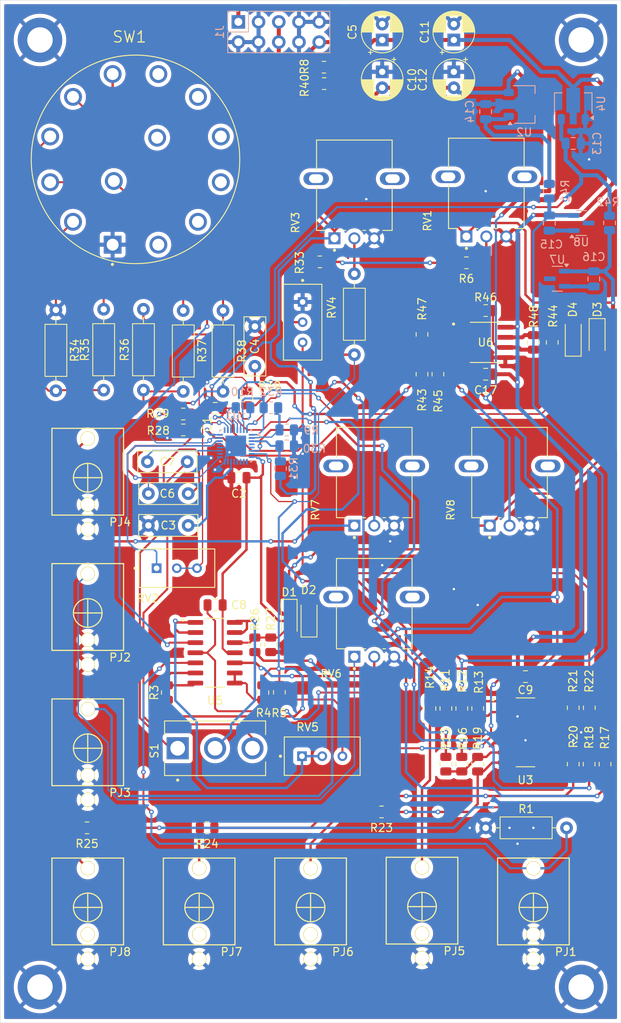
<source format=kicad_pcb>
(kicad_pcb (version 20241229) (generator "pcbnew") (generator_version "9.0")
  (layers (0 "F.Cu" signal) (2 "B.Cu" signal) (13 "F.Paste" user) (15 "B.Paste" user) (5 "F.SilkS" user "F.Silkscreen") (7 "B.SilkS" user "B.Silkscreen") (1 "F.Mask" user) (3 "B.Mask" user) (25 "Edge.Cuts" user))
  (net 0 "")
  (net 1 "+5V")
  (net 2 "GND")
  (net 3 "-12V")
  (net 4 "Net-(U1-TCAP)")
  (net 5 "Net-(C4-Pad1)")
  (net 6 "+12V")
  (net 7 "HARD_SYNC")
  (net 8 "Net-(U1-HARD_SYNC)")
  (net 9 "Net-(U1-SOFT_SYNC)")
  (net 10 "SOFT_SYNC")
  (net 11 "-5V")
  (net 12 "VREF-")
  (net 13 "Net-(U8-K)")
  (net 14 "VREF+")
  (net 15 "Net-(U7-A)")
  (net 16 "Net-(D1-A)")
  (net 17 "PWM")
  (net 18 "Net-(PJ1-1)")
  (net 19 "Net-(PJ2-1)")
  (net 20 "Net-(PJ3-1)")
  (net 21 "Net-(PJ4-1)")
  (net 23 "Net-(PJ5-1)")
  (net 24 "Net-(PJ6-1)")
  (net 27 "Net-(PJ7-1)")
  (net 28 "Net-(PJ8-1)")
  (net 30 "CV{slash}PITCH")
  (net 31 "OUT2_U5")
  (net 32 "OUT3_U5")
  (net 33 "Net-(R5-Pad2)")
  (net 34 "Net-(R6-Pad2)")
  (net 35 "Net-(R7-Pad2)")
  (net 36 "Net-(U1-SINE_IN+)")
  (net 37 "SQR OUT")
  (net 38 "Net-(U3-1IN-)")
  (net 39 "TRI OUT")
  (net 40 "Net-(U3-1OUT)")
  (net 41 "SAW OUT")
  (net 42 "Net-(U3-2IN-)")
  (net 43 "PULSE OUT")
  (net 44 "Net-(U3-3IN-)")
  (net 45 "Net-(U3-2OUT)")
  (net 46 "Net-(U3-3OUT)")
  (net 47 "Net-(U3-4OUT)")
  (net 48 "Net-(U3-4IN-)")
  (net 49 "SINE OUT")
  (net 50 "Net-(R29-Pad2)")
  (net 51 "Net-(U1-SINE_IN-)")
  (net 52 "Net-(R33-Pad1)")
  (net 53 "Net-(R34-Pad2)")
  (net 54 "Net-(R35-Pad2)")
  (net 55 "Net-(R36-Pad2)")
  (net 56 "Net-(R36-Pad1)")
  (net 57 "BW_C")
  (net 58 "Net-(U6-1IN-)")
  (net 59 "Net-(R43-Pad2)")
  (net 60 "Net-(U6-2OUT)")
  (net 61 "Net-(R45-Pad1)")
  (net 62 "Net-(U6-1OUT)")
  (net 63 "Net-(U6-2IN-)")
  (net 64 "Net-(U1-EXPO_SCALE)")
  (net 65 "Net-(U1-HF_TRACK)")
  (net 66 "OUT1_U5")
  (net 67 "Net-(U5-3IN+)")
  (net 68 "OUT4_U5")
  (net 70 "Net-(U5-1IN+)")
  (footprint "Resistor_SMD:R_0805_2012Metric" (layer "F.Cu") (at 155.362984 73 -90)
    (property "Reference" "R44")
    (property "Value" "10K" (hide yes))
  )
  (footprint "RD901F-40-15R1-B100K-00DL1:POT_RD901F-40-15R1-B100K-00DL1" (layer "F.Cu") (at 133 88.526146 90)
    (property "Reference" "RV7")
    (property "Value" "100K")
  )
  (footprint "3296W-1-103LF:TRIM_3296W-1-103LF" (layer "F.Cu") (at 108.191337 101.376269)
    (property "Reference" "RV2")
    (property "Value" "5K" (hide yes))
  )
  (footprint "Capacitor_THT:CP_Radial_D5.0mm_P2.00mm" (layer "F.Cu") (at 134 39 -90)
    (property "Reference" "C10")
    (property "Value" "10u")
  )
  (footprint "3296W-1-103LF:TRIM_3296W-1-103LF" (layer "F.Cu") (at 124 70.46 -90)
    (property "Reference" "RV4")
    (property "Value" "5K")
  )
  (footprint "MountingHole:MountingHole_3.2mm_M3_DIN965_Pad" (layer "F.Cu") (at 159 154)
    (property "Reference" "H4" (hide yes))
    (property "Value" "MountingHole_Pad" (hide yes))
  )
  (footprint "Resistor_SMD:R_0805_2012Metric" (layer "F.Cu") (at 96.9125 134)
    (property "Reference" "R25")
    (property "Value" "1K" (hide yes))
  )
  (footprint "Capacitor_SMD:C_0805_2012Metric" (layer "F.Cu") (at 113.012036 81.289124)
    (property "Reference" "C1")
    (property "Value" "100n" (hide yes))
  )
  (footprint "Resistor_THT:R_Axial_DIN0207_L6.3mm_D2.5mm_P10.16mm_Horizontal" (layer "F.Cu") (at 99 79 90)
    (property "Reference" "R35")
    (property "Value" "10K")
  )
  (footprint "Resistor_SMD:R_0805_2012Metric" (layer "F.Cu") (at 160.021879 118.911626 90)
    (property "Reference" "R22")
    (property "Value" "10K" (hide yes))
  )
  (footprint "Resistor_THT:R_Axial_DIN0207_L6.3mm_D2.5mm_P10.16mm_Horizontal" (layer "F.Cu") (at 130.5 74.5425 90)
    (property "Reference" "R7" (hide yes))
    (property "Value" "1.5M")
  )
  (footprint "KC26A30.001NPS:SW_KC26A30.001NPS" (layer "F.Cu") (at 103 50)
    (property "Reference" "SW1")
    (property "Value" "KC26A30.001NPS")
  )
  (footprint "Resistor_SMD:R_0805_2012Metric" (layer "F.Cu") (at 112 134)
    (property "Reference" "R24")
    (property "Value" "1K" (hide yes))
  )
  (footprint "Capacitor_THT:C_Rect_L7.2mm_W2.5mm_P5.00mm_FKS2_FKP2_MKS2_MKP2" (layer "F.Cu") (at 104.5 88)
    (property "Reference" "C7")
    (property "Value" "10n" (hide yes))
  )
  (footprint "Resistor_SMD:R_0805_2012Metric" (layer "F.Cu") (at 120 111 -90)
    (property "Reference" "R27")
    (property "Value" "10K" (hide yes))
  )
  (footprint "Capacitor_THT:C_Rect_L7.2mm_W2.5mm_P5.00mm_FKS2_FKP2_MKS2_MKP2" (layer "F.Cu") (at 104.620296 92)
    (property "Reference" "C6")
    (property "Value" "10n" (hide yes))
  )
  (footprint "MountingHole:MountingHole_3.2mm_M3_DIN965_Pad" (layer "F.Cu") (at 91 154)
    (property "Reference" "H3" (hide yes))
    (property "Value" "MountingHole_Pad" (hide yes))
  )
  (footprint "Resistor_SMD:R_0805_2012Metric" (layer "F.Cu") (at 162 126 -90)
    (property "Reference" "R17")
    (property "Value" "10K" (hide yes))
  )
  (footprint "Resistor_SMD:R_0805_2012Metric" (layer "F.Cu") (at 146 126 -90)
    (property "Reference" "R19")
    (property "Value" "39K" (hide yes))
  )
  (footprint "Capacitor_THT:CP_Radial_D5.0mm_P2.00mm" (layer "F.Cu") (at 143 35 90)
    (property "Reference" "C11")
    (property "Value" "330n")
  )
  (footprint "Capacitor_THT:C_Rect_L7.2mm_W2.5mm_P5.00mm_FKS2_FKP2_MKS2_MKP2" (layer "F.Cu") (at 109.620296 96 180)
    (property "Reference" "C3")
    (property "Value" "3.9n" (hide yes))
  )
  (footprint "Resistor_THT:R_Axial_DIN0207_L6.3mm_D2.5mm_P10.16mm_Horizontal" (layer "F.Cu") (at 109 69 -90)
    (property "Reference" "R37")
    (property "Value" "10K")
  )
  (footprint "TL072IDR:SOIC127P599X175-8N" (layer "F.Cu") (at 147 73)
    (property "Reference" "U6")
    (property "Value" "TL072IDR" (hide yes))
  )
  (footprint "TL074IDR:SOIC127P600X175-14N" (layer "F.Cu") (at 152 122)
    (property "Reference" "U3")
    (property "Value" "TL074IDR" (hide yes))
  )
  (footprint "Resistor_SMD:R_0805_2012Metric" (layer "F.Cu") (at 158 118.9125 -90)
    (property "Reference" "R21")
    (property "Value" "20K" (hide yes))
  )
  (footprint "PJ301 REMPLAZO:SWITCHCRAFT_MDPC2A" (layer "F.Cu") (at 153 144)
    (property "Reference" "PJ1")
    (property "Value" "~")
  )
  (footprint "100SP1T1B4M2QE:SW_100SP1T1B4M2QE" (layer "F.Cu") (at 113 124 90)
    (property "Reference" "S1")
    (property "Value" "100SP1T1B4M2QE")
  )
  (footprint "RD901F-40-15R1-B100K-00DL1:POT_RD901F-40-15R1-B100K-00DL1" (layer "F.Cu") (at 150 88.526146 90)
    (property "Reference" "RV8")
    (property "Value" "100K")
  )
  (footprint "Resistor_SMD:R_0805_2012Metric" (layer "F.Cu") (at 158 126 90)
    (property "Reference" "R20")
    (property "Value" "39K" (hide yes))
  )
  (footprint "Diode_SMD:D_SOD-123" (layer "F.Cu") (at 124.804564 107.658308 90)
    (property "Reference" "D2")
    (property "Value" "1N5817" (hide yes))
  )
  (footprint "Resistor_SMD:R_0805_2012Metric" (layer "F.Cu") (at 133.9125 132)
    (property "Reference" "R23")
    (property "Value" "1K" (hide yes))
  )
  (footprint "Resistor_SMD:R_0805_2012Metric" (layer "F.Cu") (at 107 117 90)
    (property "Reference" "R3")
    (property "Value" "51K" (hide yes))
  )
  (footprint "Resistor_SMD:R_0805_2012Metric" (layer "F.Cu") (at 118 111 -90)
    (property "Reference" "R26")
    (property "Value" "10K" (hide yes))
  )
  (footprint "Resistor_SMD:R_0805_2012Metric" (layer "F.Cu") (at 142 119 90)
    (property "Reference" "R11")
    (property "Value" "10K" (hide yes))
  )
  (footprint "Resistor_SMD:R_0805_2012Metric" (layer "F.Cu") (at 144 126 90)
    (property "Reference" "R16")
    (property "Value" "20K" (hide yes))
  )
  (footprint "Resistor_SMD:R_0805_2012Metric" (layer "F.Cu") (at 144 119 90)
    (property "Reference" "R12")
    (property "Value" "20K" (hide yes))
  )
  (footprint "PJ301 REMPLAZO:SWITCHCRAFT_MDPC2A" (layer "F.Cu") (at 139 143.9)
    (property "Reference" "PJ5")
    (property "Value" "~")
  )
  (footprint "Resistor_SMD:R_0805_2012Metric" (layer "F.Cu") (at 146 119 -90)
    (property "Reference" "R13")
    (property "Value" "39K" (hide yes))
  )
  (footprint "TL074IDR:SOIC127P600X175-14N" (layer "F.Cu") (at 113 112)
    (property "Reference" "U5")
    (property "Value" "TL074IDR" (hide yes))
  )
  (footprint "Diode_SMD:D_SOD-123" (layer "F.Cu") (at 161 72.371504 -90)
    (property "Reference" "D3")
    (property "Value" "1N5817" (hide yes))
  )
  (footprint "Resistor_SMD:R_0805_2012Metric" (layer "F.Cu") (at 142 126 90)
    (property "Reference" "R15")
    (property "Value" "10K" (hide yes))
  )
  (footprint "Resistor_SMD:R_0805_2012Metric" (layer "F.Cu") (at 153 73 -90)
    (property "Reference" "R48")
    (property "Value" "10K" (hide yes))
  )
  (footprint "PJ301 REMPLAZO:SWITCHCRAFT_MDPC2A" (layer "F.Cu") (at 97 144)
    (property "Reference" "PJ8")
    (property "Value" "~")
  )
  (footprint "Diode_SMD:D_SOD-123" (layer "F.Cu") (at 122.302799 107.65 -90)
    (property "Reference" "D1")
    (property "Value" "1N5817" (hide yes))
  )
  (footprint "Resistor_SMD:R_0805_2012Metric" (layer "F.Cu") (at 139 72 90)
    (property "Reference" "R47")
    (property "Value" "100K" (hide yes))
  )
  (footprint "MountingHole:MountingHole_3.2mm_M3_DIN965_Pad" (layer "F.Cu") (at 159 35)
    (property "Reference" "H2" (hide yes))
    (property "Value" "MountingHole_Pad" (hide yes))
  )
  (footprint "RD901F-40-15R1-B100K-00DL1:POT_RD901F-40-15R1-B100K-00DL1" (layer "F.Cu") (at 130.5 52.425 90)
    (property "Reference" "RV3")
    (property "Value" "FINE")
  )
  (footprint "PJ301 REMPLAZO:SWITCHCRAFT_MDPC2A" (layer "F.Cu") (at 97 107)
    (property "Reference" "PJ2")
    (property "Value" "~")
  )
  (footprint "Resistor_SMD:R_0805_2012Metric" (layer "F.Cu") (at 119 117 -90)
    (property "Reference" "R4")
    (property "Value" "51K" (hide yes))
  )
  (footprint "Capacitor_SMD:C_0805_2012Metric" (layer "F.Cu") (at 147 77)
    (property "Reference" "C17")
    (property "Value" "100n" (hide yes))
  )
  (footprint "Resistor_SMD:R_0805_2012Metric" (layer "F.Cu") (at 109 84 180)
    (property "Reference" "R28")
    (property "Value" "10K" (hide yes))
  )
  (footprint "Resistor_SMD:R_0805_2012Metric" (layer "F.Cu") (at 121.079089 116.96718 -90)
    (property "Reference" "R5")
    (property "Value" "22K" (hide yes))
  )
  (footprint "Resistor_SMD:R_0805_2012Metric" (layer "F.Cu") (at 139 77 -90)
    (property "Reference" "R43")
    (property "Value" "10K" (hide yes))
  )
  (footprint "Resistor_THT:R_Axial_DIN0207_L6.3mm_D2.5mm_P10.16mm_Horizontal" (layer "F.Cu") (at 93 68.92 -90)
    (property "Reference" "R34")
    (property "Value" "10K")
  )
  (footprint "Resistor_SMD:R_0805_2012Metric" (layer "F.Cu") (at 147 69)
    (property "Reference" "R46")
    (property "Value" "10K" (hide yes))
  )
  (footprint "Resistor_THT:R_Axial_DIN0207_L6.3mm_D2.5mm_P10.16mm_Horizontal" (layer "F.Cu") (at 114 69 -90)
    (property "Reference" "R38")
    (property "Value" "10K")
  )
  (footprint "Capacitor_THT:CP_Radial_D5.0mm_P2.00mm" (layer "F.Cu") (at 134 35 90)
    (property "Reference" "C5")
    (property "Value" "10u")
  )
  (footprint "Capacitor_SMD:C_0805_2012Metric" (layer "F.Cu") (at 116 90 180)
    (property "Reference" "C2")
    (property "Value" "100n" (hide yes))
  )
  (footprint "Capacitor_THT:C_Rect_L7.2mm_W2.5mm_P5.00mm_FKS2_FKP2_MKS2_MKP2" (layer "F.Cu") (at 118 76 90)
    (property "Reference" "C4")
    (property "Value" "10n" (hide yes))
  )
  (footprint "Capacitor_THT:CP_Radial_D5.0mm_P2.00mm" (layer "F.Cu") (at 143 39 -90)
    (property "Reference" "C12")
    (property "Value" "330n")
  )
  (footprint "Resistor_SMD:R_0805_2012Metric" (layer "F.Cu") (at 140 119 90)
    (property "Reference" "R14")
    (property "Value" "1K" (hide yes))
  )
  (footprint "Resistor_SMD:R_0805_2012Metric" (layer "F.Cu") (at 109 82)
    (property "Reference" "R29")
    (property "Value" "22K" (hide yes))
  )
  (footprint "Resistor_SMD:R_0805_2012Metric" (layer "F.Cu") (at 126.168236 62.882234)
    (property "Reference" "R33")
    (property "Value" "270K" (hide yes))
  )
  (footprint "PJ301 REMPLAZO:SWITCHCRAFT_MDPC2A" (layer "F.Cu") (at 125 144)
    (property "Reference" "PJ6")
    (property "Value" "~")
  )
  (footprint "Resistor_SMD:R_0805_2012Metric" (layer "F.Cu") (at 160 126 -90)
    (property "Reference" "R18")
    (property "Value" "20K" (hide yes))
  )
  (footprint "PJ301 REMPLAZO:SWITCHCRAFT_MDPC2A" (layer "F.Cu") (at 111 144)
    (property "Reference" "PJ7")
    (property "Value" "~")
  )
  (footprint "Resistor_THT:R_Axial_DIN0207_L6.3mm_D2.5mm_P10.16mm_Horizontal" (layer "F.Cu") (at 104 79 90)
    (property "Reference" "R36")
    (property "Value" "10K")
  )
  (footprint "RD901F-40-15R1-B100K-00DL1:POT_RD901F-40-15R1-B100K-00DL1" (layer "F.Cu") (at 133 105 90)
    (property "Reference" "RV6")
    (property "Value" "100K")
  )
  (footprint "Diode_SMD:D_SOD-123" (layer "F.Cu") (at 158 72.371504 90)
    (property "Reference" "D4")
    (property "Value" "1N5817" (hide yes))
  )
  (footprint "Capacitor_SMD:C_0805_2012Metric" (layer "F.Cu") (at 152 115 180)
    (property "Reference" "C9")
    (property "Value" "100n" (hide yes))
  )
  (footprint "Resistor_THT:R_Axial_DIN0207_L6.3mm_D2.5mm_P10.16mm_Horizontal" (layer "F.Cu") (at 147 134)
    (property "Reference" "R1")
    (property "Value" "1M")
  )
  (footprint "PJ301 REMPLAZO:SWITCHCRAFT_MDPC2A" (layer "F.Cu") (at 97 124)
    (property "Reference" "PJ3")
    (property "Value" "~")
  )
  (footprint "PJ301 REMPLAZO:SWITCHCRAFT_MDPC2A" (layer "F.Cu") (at 97 90)
    (property "Reference" "PJ4")
    (property "Value" "~")
  )
  (footprint "Capacitor_SMD:C_0805_2012Metric" (layer "F.Cu") (at 113 106 180)
    (property "Reference" "C8")
    (property "Value" "100n" (hide yes))
  )
  (footprint "RD901F-40-15R1-B100K-00DL1:POT_RD901F-40-15R1-B100K-00DL1" (layer "F.Cu") (at 147.081628 52.190467 90)
    (property "Reference" "RV1")
    (property "Value" "COARSE")
  )
  (footprint "3296W-1-103LF:TRIM_3296W-1-103LF" (layer "F.Cu") (at 126.46 125)
    (property "Reference" "RV5")
    (property "Value" "5K")
  )
  (footprint "Resistor_SMD:R_0805_2012Metric" (layer "F.Cu") (at 126.70839 40.484075)
    (property "Reference" "R40")
    (property "Value" "10k" (hide yes))
  )
  (footprint "MountingHole:MountingHole_3.2mm_M3_DIN965_Pad" (layer "F.Cu") (at 91 35)
    (property "Reference" "H1" (hide yes))
    (property "Value" "MountingHole_Pad" (hide yes))
  )
  (footprint "Resistor_SMD:R_0805_2012Metric" (layer "F.Cu") (at 144.581628 63)
    (property "Reference" "R6")
    (property "Value" "220K" (hide yes))
  )
  (footprint "Resistor_SMD:R_0805_2012Metric" (layer "F.Cu") (at 126.671939 38.419585)
    (property "Reference" "R8")
    (property "Value" "10k" (hide yes))
  )
  (footprint "Resistor_SMD:R_0805_2012Metric" (layer "F.Cu") (at 141 77 90)
    (property "Reference" "R45")
    (property "Value" "10K" (hide yes))
  )
  (footprint "Resistor_SMD:R_0805_2012Metric" (layer "F.Cu") (at 117 80 90)
    (property "Reference" "R39")
    (property "Value" "270" (hide yes))
  )
  (footprint "Capacitor_SMD:C_0805_2012Metric" (layer "B.Cu") (at 155 58 90)
    (property "Reference" "C15")
    (property "Value" "100n" (hide yes))
  )
  (footprint "Resistor_SMD:R_0805_2012Metric" (layer "B.Cu") (at 120.012095 81.204809 180)
    (property "Reference" "R32")
    (property "Value" "3.9k" (hide yes))
  )
  (footprint "Resistor_SMD:R_0805_2012Metric" (layer "B.Cu") (at 116.514904 81.213846 180)
    (property "Reference" "R10")
    (property "Value" "20K" (hide yes))
  )
  (footprint "Resistor_SMD:R_0805_2012Metric" (layer "B.Cu") (at 122 86 180)
    (property "Reference" "R30")
    (property "Value" "4.7k" (hide yes))
  )
  (footprint "SSI2130 (1):QFN40P400X400X90-33N" (layer "B.Cu") (at 115.6 86.01 180)
    (property "Reference" "U1")
    (property "Value" "SSI2130" (hide yes))
  )
  (footprint "Capacitor_SMD:C_0805_2012Metric" (layer "B.Cu") (at 158 48 180)
    (property "Reference" "C13")
    (property "Value" "100n" (hide yes))
  )
  (footprint "Connector_PinHeader_2.54mm:PinHeader_2x05_P2.54mm_Vertical" (layer "B.Cu") (at 115.925 32.725 -90)
    (property "Reference" "J1")
    (property "Value" "Conn_02x05_Counter_Clockwise" (hide yes))
  )
  (footprint "Capacitor_SMD:C_0805_2012Metric" (layer "B.Cu") (at 160.59185 65.018823 90)
    (property "Reference" "C16")
    (property "Value" "100n" (hide yes))
  )
  (footprint "Resistor_SMD:R_0805_2012Metric" (layer "B.Cu") (at 122 84 180)
    (property "Reference" "R9")
    (property "Value" "4.7k" (hide yes))
  )
  (footprint "Package_TO_SOT_SMD:SOT-89-3" (layer "B.Cu") (at 158 43 90)
    (property "Reference" "U4")
    (property "Value" "L79L05_SOT89" (hide yes))
  )
  (footprint "Resistor_SMD:R_0805_2012Metric" (layer "B.Cu") (at 162.563455 57.986357 -90)
    (property "Reference" "R42")
    (property "Value" "1k" (hide yes))
  )
  (footprint "Package_TO_SOT_SMD:SOT-23" (layer "B.Cu") (at 159 58)
    (property "Reference" "U8")
    (property "Value" "LM4040DBZ" (hide yes))
  )
  (footprint "Package_TO_SOT_SMD:SOT-89-3" (layer "B.Cu") (at 151.840974 43.103327)
    (property "Reference" "U2")
    (property "Value" "L78L05_SOT89" (hide yes))
  )
  (footprint "Resistor_SMD:R_0805_2012Metric" (layer "B.Cu") (at 121.211164 88.855263 90)
    (property "Reference" "R31")
    (property "Value" "12k" (hide yes))
  )
  (footprint "Resistor_SMD:R_0805_2012Metric" (layer "B.Cu") (at 155 54 -90)
    (property "Reference" "R41")
    (property "Value" "1k" (hide yes))
  )
  (footprint "Package_TO_SOT_SMD:SOT-23" (layer "B.Cu") (at 156 65 180)
    (property "Reference" "U7")
    (property "Value" "LM4040DBZ" (hide yes))
  )
  (footprint "Capacitor_SMD:C_0805_2012Metric" (layer "B.Cu") (at 147 44 90)
    (property "Reference" "C14")
    (property "Value" "100n" (hide yes))
  )
  (gr_rect (start 86 30) (end 164 158.511708) (stroke (width 0.05)) (fill no) (layer "Edge.Cuts"))
  (segment (start 153 56) (end 156 56) (width 0.25) (layer "F.Cu") (net 1))
  (segment (start 156 56) (end 157 55) (width 0.25) (layer "F.Cu") (net 1))
  (segment (start 113.648111 82.415644) (end 113.654134 82.421667) (width 0.25) (layer "F.Cu") (net 1))
  (segment (start 115.289124 81.289124) (end 113.962036 81.289124) (width 0.2) (layer "F.Cu") (net 1))
  (segment (start 112.594789 79.709491) (end 112.594789 78.535) (width 0.25) (layer "F.Cu") (net 1))
  (segment (start 116.061561 81.812846) (end 115.812846 81.812846) (width 0.2) (layer "F.Cu") (net 1))
  (segment (start 116.608452 82.608452) (end 116.32575 82.32575) (width 0.2) (layer "F.Cu") (net 1))
  (segment (start 117.168664 82.608452) (end 116.608452 82.608452) (width 0.2) (layer "F.Cu") (net 1))
  (segment (start 116.32575 82.32575) (end 116.32575 82.077035) (width 0.2) (layer "F.Cu") (net 1))
  (segment (start 113 82.415644) (end 113 82.25116) (width 0.2) (layer "F.Cu") (net 1))
  (segment (start 113 82.415644) (end 113.648111 82.415644) (width 0.25) (layer "F.Cu") (net 1))
  (segment (start 116.32575 82.077035) (end 116.061561 81.812846) (width 0.2) (layer "F.Cu") (net 1))
  (segment (start 113.962036 82.113765) (end 113.962036 81.289124) (width 0.25) (layer "F.Cu") (net 1))
  (segment (start 113.962036 81.076738) (end 112.594789 79.709491) (width 0.25) (layer "F.Cu") (net 1))
  (segment (start 113.962036 81.289124) (end 113.962036 81.076738) (width 0.25) (layer "F.Cu") (net 1))
  (segment (start 113.654134 82.421667) (end 113.962036 82.113765) (width 0.25) (layer "F.Cu") (net 1))
  (segment (start 115.812846 81.812846) (end 115.289124 81.289124) (width 0.2) (layer "F.Cu") (net 1))
  (via (at 112.594789 78.535) (size 0.6) (drill 0.3) (layers "F.Cu" "B.Cu") (net 1))
  (via micro (at 117.168664 82.608452) (size 0.3) (drill 0.1) (layers "F.Cu" "B.Cu") (net 1))
  (via (at 157 55) (size 0.6) (drill 0.3) (layers "F.Cu" "B.Cu") (net 1))
  (via (at 113 82.415644) (size 0.6) (drill 0.3) (layers "F.Cu" "B.Cu") (net 1))
  (via (at 153 56) (size 0.6) (drill 0.3) (layers "F.Cu" "B.Cu") (net 1))
  (segment (start 115 83.457825) (end 113.909637 82.367462) (width 0.15) (layer "B.Cu") (net 1))
  (segment (start 157.05 50.05) (end 159 52) (width 0.5) (layer "B.Cu") (net 1))
  (segment (start 120.524 63.802834) (end 128.326834 56) (width 0.25) (layer "B.Cu") (net 1))
  (segment (start 113 82.415644) (end 113.054218 82.361426) (width 0.2) (layer "B.Cu") (net 1))
  (segment (start 113.054218 82.361426) (end 113.909637 82.361426) (width 0.2) (layer "B.Cu") (net 1))
  (segment (start 156.5 44.95) (end 156.5 47.45) (width 0.5) (layer "B.Cu") (net 1))
  (segment (start 162.563455 53.563455) (end 162.563455 57.073857) (width 0.5) (layer "B.Cu") (net 1))
  (segment (start 115 84.02) (end 115 83.457825) (width 0.15) (layer "B.Cu") (net 1))
  (segment (start 159 53) (end 159 52) (width 0.5) (layer "B.Cu") (net 1))
  (segment (start 128.326834 56) (end 153 56) (width 0.25) (layer "B.Cu") (net 1))
  (segment (start 157 55) (end 159 53) (width 0.5) (layer "B.Cu") (net 1))
  (segment (start 117.427404 82.349712) (end 117.168664 82.608452) (width 0.2) (layer "B.Cu") (net 1))
  (segment (start 117.427404 81.213846) (end 117.427404 82.349712) (width 0.2) (layer "B.Cu") (net 1))
  (segment (start 161 52) (end 162.563455 53.563455) (width 0.5) (layer "B.Cu") (net 1))
  (segment (start 159 52) (end 161 52) (width 0.5) (layer "B.Cu") (net 1))
  (segment (start 156.5 47.45) (end 157.05 48) (width 0.5) (layer "B.Cu") (net 1))
  (segment (start 113.909637 82.367462) (end 113.909637 82.361426) (width 0.15) (layer "B.Cu") (net 1))
  (segment (start 120.524 70.605789) (end 120.524 63.802834) (width 0.25) (layer "B.Cu") (net 1))
  (segment (start 157.05 48) (end 157.05 50.05) (width 0.5) (layer "B.Cu") (net 1))
  (segment (start 112.594789 78.535) (end 120.524 70.605789) (width 0.25) (layer "B.Cu") (net 1))
  (segment (start 93 68.92) (end 93 65) (width 0.25) (layer "F.Cu") (net 2))
  (segment (start 97.2782 60.7218) (end 100.12711 60.7218) (width 0.25) (layer "F.Cu") (net 2))
  (segment (start 112.062036 80.062036) (end 112 80) (width 0.15) (layer "F.Cu") (net 2))
  (segment (start 150.27 120.73) (end 151 120) (width 0.15) (layer "F.Cu") (net 2))
  (segment (start 112.062036 81.289124) (end 112.062036 80.062036) (width 0.15) (layer "F.Cu") (net 2))
  (segment (start 93 65) (end 97.2782 60.7218) (width 0.25) (layer "F.Cu") (net 2))
  (segment (start 149.525 120.73) (end 150.27 120.73) (width 0.15) (layer "F.Cu") (net 2))
  (via (at 123 90) (size 0.6) (drill 0.3) (layers "F.Cu" "B.Cu") (net 2))
  (via (at 107 85) (size 0.6) (drill 0.3) (layers "F.Cu" "B.Cu") (net 2))
  (via (at 123 88) (size 0.6) (drill 0.3) (layers "F.Cu" "B.Cu") (net 2))
  (via (at 151 120) (size 0.6) (drill 0.3) (layers "F.Cu" "B.Cu") (net 2))
  (via (at 145 134) (size 0.6) (drill 0.3) (layers "F.Cu" "B.Cu") (net 2))
  (via (at 159 122) (size 0.6) (drill 0.3) (layers "F.Cu" "B.Cu") (net 2))
  (via (at 106 84) (size 0.6) (drill 0.3) (layers "F.Cu" "B.Cu") (net 2))
  (via (at 151 136) (size 0.6) (drill 0.3) (layers "F.Cu" "B.Cu") (net 2))
  (via (at 132 55) (size 0.6) (drill 0.3) (layers "F.Cu" "B.Cu") (net 2))
  (via (at 160 50) (size 0.6) (drill 0.3) (layers "F.Cu" "B.Cu") (net 2))
  (via (at 143 104) (size 0.6) (drill 0.3) (layers "F.Cu" "B.Cu") (net 2))
  (via (at 134 101) (size 0.6) (drill 0.3) (layers "F.Cu" "B.Cu") (net 2))
  (via (at 112 80) (size 0.6) (drill 0.3) (layers "F.Cu" "B.Cu") (net 2))
  (via (at 114.805 86.805) (size 0.6) (drill 0.3) (layers "F.Cu" "B.Cu") (net 2))
  (via (at 135 98) (size 0.6) (drill 0.3) (layers "F.Cu" "B.Cu") (net 2))
  (via (at 158 123) (size 0.6) (drill 0.3) (layers "F.Cu" "B.Cu") (net 2))
  (via (at 147 54) (size 0.6) (drill 0.3) (layers "F.Cu" "B.Cu") (net 2))
  (via (at 150 134) (size 0.6) (drill 0.3) (layers "F.Cu" "B.Cu") (net 2))
  (via (at 152 123) (size 0.6) (drill 0.3) (layers "F.Cu" "B.Cu") (net 2))
  (via (at 153 134) (size 0.6) (drill 0.3) (layers "F.Cu" "B.Cu") (net 2))
  (via (at 112.481909 87.51809) (size 0.6) (drill 0.3) (layers "F.Cu" "B.Cu") (net 2))
  (via (at 146 106) (size 0.6) (drill 0.3) (layers "F.Cu" "B.Cu") (net 2))
  (via (at 113 89) (size 0.6) (drill 0.3) (layers "F.Cu" "B.Cu") (net 2))
  (via (at 147 122) (size 0.6) (drill 0.3) (layers "F.Cu" "B.Cu") (net 2))
  (via (at 124 87) (size 0.6) (drill 0.3) (layers "F.Cu" "B.Cu") (net 2))
  (via (at 112 78) (size 0.6) (drill 0.3) (layers "F.Cu" "B.Cu") (net 2))
  (segment (start 114.6 88) (end 114.6 87.01) (width 0.15) (layer "B.Cu") (net 2))
  (segment (start 114.21 86.21) (end 114.805 86.805) (width 0.15) (layer "B.Cu") (net 2))
  (segment (start 114.2 88) (end 114.31 87.89) (width 0.15) (layer "B.Cu") (net 2))
  (segment (start 113.61 86.21) (end 114.21 86.21) (width 0.15) (layer "B.Cu") (net 2))
  (segment (start 113.2 89) (end 113 89) (width 0.15) (layer "B.Cu") (net 2))
  (segment (start 115.6 86.01) (end 114.805 86.805) (width 0.15) (layer "B.Cu") (net 2))
  (segment (start 114.31 87.89) (end 114.31 87.3) (width 0.15) (layer "B.Cu") (net 2))
  (segment (start 114.6 87.01) (end 114.805 86.805) (width 0.15) (layer "B.Cu") (net 2))
  (segment (start 114.2 88) (end 113.2 89) (width 0.15) (layer "B.Cu") (net 2))
  (segment (start 114.31 87.3) (end 115.6 86.01) (width 0.15) (layer "B.Cu") (net 2))
  (segment (start 144.53 74.905) (end 145.905 74.905) (width 0.5) (layer "F.Cu") (net 3))
  (segment (start 131 110) (end 135 110) (width 0.3) (layer "F.Cu") (net 3))
  (segment (start 155 54) (end 152 54) (width 0.5) (layer "F.Cu") (net 3))
  (segment (start 127.62089 41.62089) (end 129 43) (width 0.5) (layer "F.Cu") (net 3))
  (segment (start 129 108) (end 131 110) (width 0.3) (layer "F.Cu") (net 3))
  (segment (start 155.95 112) (end 156 112) (width 0.3) (layer "F.Cu") (net 3))
  (segment (start 116.95 99.05) (end 113.95 102.05) (width 0.3) (layer "F.Cu") (net 3))
  (segment (start 146.05 75.05) (end 146.05 77) (width 0.5) (layer "F.Cu") (net 3))
  (segment (start 119 89.582347) (end 118.791173 89.791173) (width 0.3) (layer "F.Cu") (net 3))
  (segment (start 113.95 102.05) (end 113.95 106) (width 0.3) (layer "F.Cu") (net 3))
  (segment (start 147 80) (end 146.05 79.05) (width 0.3) (layer "F.Cu") (net 3))
  (segment (start 132 43) (end 134 41) (width 0.5) (layer "F.Cu") (net 3))
  (segment (start 152.542175 121.052174) (end 153.490001 122) (width 0.3) (layer "F.Cu") (net 3))
  (segment (start 152.95 115) (end 152.542175 115.407825) (width 0.3) (layer "F.Cu") (net 3))
  (segment (start 118 90) (end 116.95 90) (width 0.3) (layer "F.Cu") (net 3))
  (segment (start 152.542175 115.407825) (end 152.542175 121.052174) (width 0.3) (layer "F.Cu") (net 3))
  (segment (start 119 88) (end 119 89.582347) (width 0.3) (layer "F.Cu") (net 3))
  (segment (start 152 54) (end 149 57) (width 0.5) (layer "F.Cu") (net 3))
  (segment (start 118.791173 89.791173) (end 118.582324 90.000023) (width 0.3) (layer "F.Cu") (net 3))
  (segment (start 127.62089 40.484075) (end 127.62089 41.62089) (width 0.5) (layer "F.Cu") (net 3))
  (segment (start 121.951959 40.484075) (end 125.79589 40.484075) (width 0.5) (layer "F.Cu") (net 3))
  (segment (start 151 39) (end 155 43) (width 0.5) (layer "F.Cu") (net 3))
  (segment (start 121 108) (end 129 108) (width 0.3) (layer "F.Cu") (net 3))
  (segment (start 113.95 111.459999) (end 114.490001 112) (width 0.25) (layer "F.Cu") (net 3))
  (segment (start 114.490001 112) (end 115.475 112) (width 0.25) (layer "F.Cu") (net 3))
  (segment (start 135 110) (end 136 109) (width 0.3) (layer "F.Cu") (net 3))
  (segment (start 129 43) (end 132 43) (width 0.5) (layer "F.Cu") (net 3))
  (segment (start 134 41) (end 143 41) (width 0.5) (layer "F.Cu") (net 3))
  (segment (start 156 112) (end 156 105) (width 0.3) (layer "F.Cu") (net 3))
  (segment (start 153.490001 122) (end 154.475 122) (width 0.3) (layer "F.Cu") (net 3))
  (segment (start 118.791173 89.791173) (end 118.791173 105.791173) (width 0.3) (layer "F.Cu") (net 3))
  (segment (start 146.05 79.05) (end 146.05 77) (width 0.3) (layer "F.Cu") (net 3))
  (segment (start 116.95 90) (end 116.95 99.05) (width 0.3) (layer "F.Cu") (net 3))
  (segment (start 121.005 35.265) (end 121.005 32.725) (width 0.5) (layer "F.Cu") (net 3))
  (segment (start 121.005 35.265) (end 121.005 39.59618) (width 0.5) (layer "F.Cu") (net 3))
  (segment (start 155 43) (end 155 54) (width 0.5) (layer "F.Cu") (net 3))
  (segment (start 113.95 106) (end 113.95 111.459999) (width 0.25) (layer "F.Cu") (net 3))
  (segment (start 118.582324 90.000023) (end 118.000023 90.000023) (width 0.3) (layer "F.Cu") (net 3))
  (segment (start 118.000023 90.000023) (end 118 90) (width 0.3) (layer "F.Cu") (net 3))
  (segment (start 152.95 115) (end 155.95 112) (width 0.3) (layer "F.Cu") (net 3))
  (segment (start 145.905 74.905) (end 146.05 75.05) (width 0.5) (layer "F.Cu") (net 3))
  (segment (start 121.922427 40.513607) (end 121.951959 40.484075) (width 0.5) (layer "F.Cu") (net 3))
  (segment (start 121.005 39.59618) (end 121.922427 40.513607) (width 0.5) (layer "F.Cu") (net 3))
  (segment (start 118.791173 105.791173) (end 121 108) (width 0.3) (layer "F.Cu") (net 3))
  (via (at 119 88) (size 0.6) (drill 0.3) (layers "F.Cu" "B.Cu") (net 3))
  (via (at 156 105) (size 0.6) (drill 0.3) (layers "F.Cu" "B.Cu") (net 3))
  (via (at 136 109) (size 0.6) (drill 0.3) (layers "F.Cu" "B.Cu") (net 3))
  (via (at 147 80) (size 0.6) (drill 0.3) (layers "F.Cu" "B.Cu") (net 3))
  (via (at 151 39) (size 0.6) (drill 0.3) (layers "F.Cu" "B.Cu") (net 3))
  (via (at 149 57) (size 0.6) (drill 0.3) (layers "F.Cu" "B.Cu") (net 3))
  (segment (start 118.134685 87.41) (end 118.27131 87.546625) (width 0.15) (layer "B.Cu") (net 3))
  (segment (start 117.59 87.41) (end 118.134685 87.41) (width 0.15) (layer "B.Cu") (net 3))
  (segment (start 118.496212 87.546625) (end 118.546625 87.546625) (width 0.15) (layer "B.Cu") (net 3))
  (segment (start 118.27131 87.546625) (end 118.496212 87.546625) (width 0.25) (layer "B.Cu") (net 3))
  (segment (start 149 105) (end 156 105) (width 0.3) (layer "B.Cu") (net 3))
  (segment (start 149.890974 41.603327) (end 149.890974 40.109026) (width 0.5) (layer "B.Cu") (net 3))
  (segment (start 150 40) (end 151 39) (width 0.5) (layer "B.Cu") (net 3))
  (segment (start 156 94) (end 152 90) (width 0.3) (layer "B.Cu") (net 3))
  (segment (start 136 109) (end 145 109) (width 0.3) (layer "B.Cu") (net 3))
  (segment (start 149.890974 40.109026) (end 150 40) (width 0.5) (layer "B.Cu") (net 3))
  (segment (start 149 57) (end 148.286628 57.713372) (width 0.25) (layer "B.Cu") (net 3))
  (segment (start 143 41) (end 143.603327 41.603327) (width 0.5) (layer "B.Cu") (net 3))
  (segment (start 143.603327 41.603327) (end 149.890974 41.603327) (width 0.5) (layer "B.Cu") (net 3))
  (segment (start 148.286628 57.713372) (end 148.286628 78.713372) (width 0.25) (layer "B.Cu") (net 3))
  (segment (start 118.546625 87.546625) (end 119 88) (width 0.25) (layer "B.Cu") (net 3))
  (segment (start 148.286628 78.713372) (end 147 80) (width 0.25) (layer "B.Cu") (net 3))
  (segment (start 145 109) (end 149 105) (width 0.3) (layer "B.Cu") (net 3))
  (segment (start 152 90) (end 152 85) (width 0.3) (layer "B.Cu") (net 3))
  (segment (start 152 85) (end 147 80) (width 0.3) (layer "B.Cu") (net 3))
  (segment (start 156 105) (end 156 94) (width 0.3) (layer "B.Cu") (net 3))
  (segment (start 113.911645 90) (end 113 90) (width 0.3) (layer "B.Cu") (net 4))
  (segment (start 112 91) (end 112 95) (width 0.3) (layer "B.Cu") (net 4))
  (segment (start 115.008032 88.903613) (end 113.911645 90) (width 0.3) (layer "B.Cu") (net 4))
  (segment (start 111 96) (end 109.620296 96) (width 0.3) (layer "B.Cu") (net 4))
  (segment (start 112 95) (end 111 96) (width 0.3) (layer "B.Cu") (net 4))
  (segment (start 115 88.895581) (end 115.008032 88.903613) (width 0.15) (layer "B.Cu") (net 4))
  (segment (start 113 90) (end 112 91) (width 0.3) (layer "B.Cu") (net 4))
  (segment (start 115 88) (end 115 88.895581) (width 0.15) (layer "B.Cu") (net 4))
  (segment (start 117 80.9125) (end 118.0875 80.9125) (width 0.25) (layer "F.Cu") (net 5))
  (segment (start 119 80) (end 119 79) (width 0.25) (layer "F.Cu") (net 5))
  (segment (start 118 78) (end 118 76) (width 0.25) (layer "F.Cu") (net 5))
  (segment (start 118.0875 80.9125) (end 119 80) (width 0.25) (layer "F.Cu") (net 5))
  (segment (start 119 79) (end 118 78) (width 0.25) (layer "F.Cu") (net 5))
  (segment (start 113 111) (end 113 108) (width 0.25) (layer "F.Cu") (net 6))
  (segment (start 151.87801 120.66114) (end 151.87801 115.82801) (width 0.3) (layer "F.Cu") (net 6))
  (segment (start 150.53915 122) (end 151.87801 120.66114) (width 0.3) (layer "F.Cu") (net 6))
  (segment (start 124.419585 38.419585) (end 125.759439 38.419585) (width 0.5) (layer "F.Cu") (net 6))
  (segment (start 147.95 77) (end 150 77) (width 0.5) (layer "F.Cu") (net 6))
  (segment (start 161 40) (end 163 42) (width 0.5) (layer "F.Cu") (net 6))
  (segment (start 128.751 30.751) (end 116.249 30.751) (width 0.5) (layer "F.Cu") (net 6))
  (segment (start 110.525 112) (end 112 112) (width 0.25) (layer "F.Cu") (net 6))
  (segment (start 150 77) (end 151 78) (width 0.5) (layer "F.Cu") (net 6))
  (segment (start 113.35 119.35) (end 122 119.35) (width 0.25) (layer "F.Cu") (net 6))
  (segment (start 134 35) (end 143 35) (width 0.5) (layer "F.Cu") (net 6))
  (segment (start 113 113) (end 113 119) (width 0.25) (layer "F.Cu") (net 6))
  (segment (start 163 42) (end 163 53) (width 0.5) (layer "F.Cu") (net 6))
  (segment (start 135 121) (end 135 123) (width 0.25) (layer "F.Cu") (net 6))
  (segment (start 113 119) (end 113.35 119.35) (width 0.25) (layer "F.Cu") (net 6))
  (segment (start 116.249 30.751) (end 115.925 31.075) (width 0.5) (layer "F.Cu") (net 6))
  (segment (start 134 120) (end 135 121) (width 0.25) (layer "F.Cu") (net 6))
  (segment (start 150.905 71.095) (end 151 71) (width 0.5) (layer "F.Cu") (net 6))
  (segment (start 149.525 122) (end 150.53915 122) (width 0.3) (layer "F.Cu") (net 6))
  (segment (start 112 112) (end 113 113) (width 0.25) (layer "F.Cu") (net 6))
  (segment (start 124 38) (end 124.419585 38.419585) (width 0.5) (layer "F.Cu") (net 6))
  (segment (start 129 31) (end 128.751 30.751) (width 0.5) (layer "F.Cu") (net 6))
  (segment (start 126.085 35.265) (end 124 37.35) (width 0.5) (layer "F.Cu") (net 6))
  (segment (start 148 116) (end 149 115) (width 0.3) (layer "F.Cu") (net 6))
  (segment (start 159 57) (end 153 57) (width 0.5) (layer "F.Cu") (net 6))
  (segment (start 129 34) (end 129 31) (width 0.5) (layer "F.Cu") (net 6))
  (segment (start 124 37.35) (end 124 38) (width 0.5) (layer "F.Cu") (net 6))
  (segment (start 113 108) (end 112.05 107.05) (width 0.25) (layer "F.Cu") (net 6))
  (segment (start 134 118) (end 134 119) (width 0.25) (layer "F.Cu") (net 6))
  (segment (start 135 123) (end 136 124) (width 0.25) (layer "F.Cu") (net 6))
  (segment (start 134 119) (end 134 120) (width 0.25) (layer "F.Cu") (net 6))
  (segment (start 146.493993 123.7229) (end 147.674694 122.542199) (width 0.25) (layer "F.Cu") (net 6))
  (segment (start 129.580415 38.419585) (end 133 35) (width 0.5) (layer "F.Cu") (net 6))
  (segment (start 133 35) (end 134 35) (width 0.5) (layer "F.Cu") (net 6))
  (segment (start 149.47 71.095) (end 150.905 71.095) (width 0.5) (layer "F.Cu") (net 6))
  (segment (start 126.085 35.265) (end 127.735 35.265) (width 0.5) (layer "F.Cu") (net 6))
  (segment (start 147.674694 122.542199) (end 147.674694 121.16264) (width 0.25) (layer "F.Cu") (net 6))
  (segment (start 133 117) (end 134 118) (width 0.25) (layer "F.Cu") (net 6))
  (segment (start 149 115) (end 151.05 115) (width 0.3) (layer "F.Cu") (net 6))
  (segment (start 163 53) (end 159 57) (width 0.5) (layer "F.Cu") (net 6))
  (segment (start 126 117) (end 133 117) (width 0.25) (layer "F.Cu") (net 6))
  (segment (start 112.05 107.05) (end 112.05 106) (width 0.25) (layer "F.Cu") (net 6))
  (segment (start 115.925 31.075) (end 115.925 32.725) (width 0.5) (layer "F.Cu") (net 6))
  (segment (start 151.87801 115.82801) (end 151.05 115) (width 0.3) (layer "F.Cu") (net 6))
  (segment (start 136 124) (end 139 124) (width 0.25) (layer "F.Cu") (net 6))
  (segment (start 112 112) (end 113 111) (width 0.25) (layer "F.Cu") (net 6))
  (segment (start 151.05 111.95) (end 151.05 115) (width 0.5) (layer "F.Cu") (net 6))
  (segment (start 153 110) (end 151.05 111.95) (width 0.5) (layer "F.Cu") (net 6))
  (segment (start 127.735 35.265) (end 129 34) (width 0.5) (layer "F.Cu") (net 6))
  (segment (start 127.584439 38.419585) (end 129.580415 38.419585) (width 0.5) (layer "F.Cu") (net 6))
  (via (at 153 57) (size 0.6) (drill 0.3) (layers "F.Cu" "B.Cu") (net 6))
  (via (at 147.674694 121.16264) (size 0.6) (drill 0.3) (layers "F.Cu" "B.Cu") (net 6))
  (via (at 126 117) (size 0.6) (drill 0.3) (layers "F.Cu" "B.Cu") (net 6))
  (via (at 151 71) (size 0.6) (drill 0.3) (layers "F.Cu" "B.Cu") (net 6))
  (via (at 153 110) (size 0.6) (drill 0.3) (layers "F.Cu" "B.Cu") (net 6))
  (via (at 161 40) (size 0.6) (drill 0.3) (layers "F.Cu" "B.Cu") (net 6))
  (via (at 148 116) (size 0.6) (drill 0.3) (layers "F.Cu" "B.Cu") (net 6))
  (via (at 146.493993 123.7229) (size 0.6) (drill 0.3) (layers "F.Cu" "B.Cu") (net 6))
  (via (at 122 119.35) (size 0.6) (drill 0.3) (layers "F.Cu" "B.Cu") (net 6))
  (via (at 151 78) (size 0.6) (drill 0.3) (layers "F.Cu" "B.Cu") (net 6))
  (via (at 139 124) (size 0.6) (drill 0.3) (layers "F.Cu" "B.Cu") (net 6))
  (segment (start 153 57) (end 151 59) (width 0.5) (layer "B.Cu") (net 6))
  (segment (start 126 119) (end 124.65 120.35) (width 0.25) (layer "B.Cu") (net 6))
  (segment (start 158 41) (end 158 44.8625) (width 0.5) (layer "B.Cu") (net 6))
  (segment (start 158 41) (end 159 40) (width 0.5) (layer "B.Cu") (net 6))
  (segment (start 151 71) (end 151 78) (width 0.5) (layer "B.Cu") (net 6))
  (segment (start 143 35) (end 150 35) (width 0.5) (layer "B.Cu") (net 6))
  (segment (start 146.216893 124) (end 146.493993 123.7229) (width 0.25) (layer "B.Cu") (net 6))
  (segment (start 151 78) (end 151 81) (width 0.5) (layer "B.Cu") (net 6))
  (segment (start 124.65 120.35) (end 123 120.35) (width 0.25) (layer "B.Cu") (net 6))
  (segment (start 147.674694 121.16264) (end 147.674694 116.325306) (width 0.25) (layer "B.Cu") (net 6))
  (segment (start 157 87) (end 159 89) (width 0.5) (layer "B.Cu") (net 6))
  (segment (start 154 39) (end 156 39) (width 0.5) (layer "B.Cu") (net 6))
  (segment (start 123 120.35) (end 122 119.35) (width 0.25) (layer "B.Cu") (net 6))
  (segment (start 151 81) (end 157 87) (width 0.5) (layer "B.Cu") (net 6))
  (segment (start 159 109) (end 158 110) (width 0.5) (layer "B.Cu") (net 6))
  (segment (start 159 89) (end 159 109) (width 0.5) (layer "B.Cu") (net 6))
  (segment (start 159 40) (end 161 40) (width 0.5) (layer "B.Cu") (net 6))
  (segment (start 147.674694 116.325306) (end 148 116) (width 0.25) (layer "B.Cu") (net 6))
  (segment (start 126 117) (end 126 119) (width 0.25) (layer "B.Cu") (net 6))
  (segment (start 150 35) (end 154 39) (width 0.5) (layer "B.Cu") (net 6))
  (segment (start 158 110) (end 153 110) (width 0.5) (layer "B.Cu") (net 6))
  (segment (start 139 124) (end 146.216893 124) (width 0.25) (layer "B.Cu") (net 6))
  (segment (start 151 59) (end 151 71) (width 0.5) (layer "B.Cu") (net 6))
  (segment (start 156 39) (end 158 41) (width 0.5) (layer "B.Cu") (net 6))
  (segment (start 111 87) (end 110.451 86.451) (width 0.25) (layer "F.Cu") (net 7))
  (segment (start 103.549 99.451) (end 103.549 120.18681) (width 0.25) (layer "F.Cu") (net 7))
  (segment (start 110 92) (end 111 91) (width 0.25) (layer "F.Cu") (net 7))
  (segment (start 111 91) (end 111 87) (width 0.25) (layer "F.Cu") (net 7))
  (segment (start 106.549 96.451) (end 103.549 99.451) (width 0.25) (layer "F.Cu") (net 7))
  (segment (start 107.36219 124) (end 108.3 124) (width 0.25) (layer "F.Cu") (net 7))
  (segment (start 103.549 120.18681) (end 107.36219 124) (width 0.25) (layer "F.Cu") (net 7))
  (segment (start 106.549 88.404797) (end 106.549 96.451) (width 0.25) (layer "F.Cu") (net 7))
  (segment (start 109.620296 92) (end 110 92) (width 0.25) (layer "F.Cu") (net 7))
  (segment (start 108.502797 86.451) (end 106.549 88.404797) (width 0.25) (layer "F.Cu") (net 7))
  (segment (start 110.451 86.451) (end 108.502797 86.451) (width 0.25) (layer "F.Cu") (net 7))
  (segment (start 103 90) (end 102 89) (width 0.25) (layer "F.Cu") (net 8))
  (segment (start 102 89) (end 102 87) (width 0.25) (layer "F.Cu") (net 8))
  (segment (start 109 86) (end 109.9125 85.0875) (width 0.25) (layer "F.Cu") (net 8))
  (segment (start 102 87) (end 103 86) (width 0.25) (layer "F.Cu") (net 8))
  (segment (start 103 86) (end 109 86) (width 0.25) (layer "F.Cu") (net 8))
  (segment (start 109.9125 85.0875) (end 109.9125 84) (width 0.25) (layer "F.Cu") (net 8))
  (via (at 103 90) (size 0.6) (drill 0.3) (layers "F.Cu" "B.Cu") (net 8))
  (segment (start 104.620296 90.379704) (end 104.620296 92) (width 0.15) (layer "B.Cu") (net 8))
  (segment (start 105 90) (end 103 90) (width 0.15) (layer "B.Cu") (net 8))
  (segment (start 105 90) (end 104.620296 90.379704) (width 0.15) (layer "B.Cu") (net 8))
  (segment (start 111.02 90) (end 105 90) (width 0.15) (layer "B.Cu") (net 8))
  (segment (start 113.61 87.41) (end 111.02 90) (width 0.15) (layer "B.Cu") (net 8))
  (segment (start 113.61 86.61) (end 112.363021 86.61) (width 0.15) (layer "B.Cu") (net 9))
  (segment (start 104.5 87.25895) (end 104.5 88) (width 0.2) (layer "B.Cu") (net 9))
  (segment (start 112.363021 86.61) (end 112.36145 86.608429) (width 0.15) (layer "B.Cu") (net 9))
  (segment (start 112.36145 86.608429) (end 105.162571 86.608429) (width 0.2) (layer "B.Cu") (net 9))
  (segment (start 105.156546 86.602404) (end 104.5 87.25895) (width 0.2) (layer "B.Cu") (net 9))
  (segment (start 105.162571 86.608429) (end 105.156546 86.602404) (width 0.2) (layer "B.Cu") (net 9))
  (segment (start 104 107) (end 104 120) (width 0.25) (layer "F.Cu") (net 10))
  (segment (start 109.5 88) (end 107 90.5) (width 0.25) (layer "F.Cu") (net 10))
  (segment (start 105 121) (end 116 121) (width 0.25) (layer "F.Cu") (net 10))
  (segment (start 107 90.5) (end 107 104) (width 0.25) (layer "F.Cu") (net 10))
  (segment (start 107 104) (end 104 107) (width 0.25) (layer "F.Cu") (net 10))
  (segment (start 117.7 122.7) (end 117.7 124) (width 0.25) (layer "F.Cu") (net 10))
  (segment (start 104 120) (end 105 121) (width 0.25) (layer "F.Cu") (net 10))
  (segment (start 116 121) (end 117.7 122.7) (width 0.25) (layer "F.Cu") (net 10))
  (segment (start 155 53.0875) (end 155 48) (width 0.5) (layer "B.Cu") (net 11))
  (segment (start 154 47) (end 148 47) (width 0.5) (layer "B.Cu") (net 11))
  (segment (start 155 48) (end 154 47) (width 0.5) (layer "B.Cu") (net 11))
  (segment (start 147 46) (end 147 44.95) (width 0.5) (layer "B.Cu") (net 11))
  (segment (start 149.544301 44.95) (end 149.890974 44.603327) (width 0.5) (layer "B.Cu") (net 11))
  (segment (start 147 44.95) (end 149.544301 44.95) (width 0.5) (layer "B.Cu") (net 11))
  (segment (start 148 47) (end 147 46) (width 0.5) (layer "B.Cu") (net 11))
  (segment (start 138 113) (end 139 112) (width 0.3) (layer "F.Cu") (net 12))
  (segment (start 139 112) (end 143 112) (width 0.3) (layer "F.Cu") (net 12))
  (segment (start 160 126.9125) (end 160 129) (width 0.3) (layer "F.Cu") (net 12))
  (segment (start 144 123) (end 144 125.0875) (width 0.3) (layer "F.Cu") (net 12))
  (segment (start 143 112) (end 144 113) (width 0.3) (layer "F.Cu") (net 12))
  (segment (start 144 116) (end 144 118.0875) (width 0.3) (layer "F.Cu") (net 12))
  (segment (start 138 116) (end 138 113) (width 0.3) (layer "F.Cu") (net 12))
  (via (at 144 123) (size 0.6) (drill 0.3) (layers "F.Cu" "B.Cu") (net 12))
  (via (at 144 113) (size 0.6) (drill 0.3) (layers "F.Cu" "B.Cu") (net 12))
  (via (at 144 116) (size 0.6) (drill 0.3) (layers "F.Cu" "B.Cu") (net 12))
  (via (at 138 116) (size 0.6) (drill 0.3) (layers "F.Cu" "B.Cu") (net 12))
  (via (at 160 129) (size 0.6) (drill 0.3) (layers "F.Cu" "B.Cu") (net 12))
  (segment (start 153 81) (end 153 59.05) (width 0.3) (layer "B.Cu") (net 12))
  (segment (start 160 129) (end 149 129) (width 0.3) (layer "B.Cu") (net 12))
  (segment (start 139 123) (end 138 122) (width 0.3) (layer "B.Cu") (net 12))
  (segment (start 160 113) (end 161.66785 111.33215) (width 0.3) (layer "B.Cu") (net 12))
  (segment (start 155 54.9125) (end 155 57.05) (width 0.5) (layer "B.Cu") (net 12))
  (segment (start 144 113) (end 160 113) (width 0.3) (layer "B.Cu") (net 12))
  (segment (start 147 123) (end 144 123) (width 0.3) (layer "B.Cu") (net 12))
  (segment (start 153 59.05) (end 155 57.05) (width 0.3) (layer "B.Cu") (net 12))
  (segment (start 148 128) (end 148 124) (width 0.3) (layer "B.Cu") (net 12))
  (segment (start 138 122) (end 138 116) (width 0.3) (layer "B.Cu") (net 12))
  (segment (start 161.66785 111.33215) (end 161.66785 89.66785) (width 0.3) (layer "B.Cu") (net 12))
  (segment (start 148 124) (end 147 123) (width 0.3) (layer "B.Cu") (net 12))
  (segment (start 161.66785 89.66785) (end 153 81) (width 0.3) (layer "B.Cu") (net 12))
  (segment (start 149 129) (end 148 128) (width 0.3) (layer "B.Cu") (net 12))
  (segment (start 144 113) (end 144 116) (width 0.3) (layer "B.Cu") (net 12))
  (segment (start 155 57.05) (end 158.0625 57.05) (width 0.5) (layer "B.Cu") (net 12))
  (segment (start 144 123) (end 139 123) (width 0.3) (layer "B.Cu") (net 12))
  (segment (start 155 58.95) (end 158.0625 58.95) (width 0.5) (layer "B.Cu") (net 13))
  (segment (start 124 55) (end 119 55) (width 0.3) (layer "F.Cu") (net 14))
  (segment (start 108.0875 81.006011) (end 108.467022 80.626489) (width 0.25) (layer "F.Cu") (net 14))
  (segment (start 119 55) (end 117 53) (width 0.3) (layer "F.Cu") (net 14))
  (segment (start 117 53) (end 117 51) (width 0.3) (layer "F.Cu") (net 14))
  (segment (start 100.12711 41.87289) (end 100.12711 39.2782) (width 0.3) (layer "F.Cu") (net 14))
  (segment (start 161.721504 70.721504) (end 161 70.721504) (width 0.3) (layer "F.Cu") (net 14))
  (segment (start 145.973854 96.026146) (end 143 99) (width 0.3) (layer "F.Cu") (net 14))
  (segment (start 163 72) (end 161.721504 70.721504) (width 0.3) (layer "F.Cu") (net 14))
  (segment (start 143 58) (end 129 58) (width 0.3) (layer "F.Cu") (net 14))
  (segment (start 100 43) (end 100 42) (width 0.3) (layer "F.Cu") (net 14))
  (segment (start 143 99) (end 126 99) (width 0.3) (layer "F.Cu") (net 14))
  (segment (start 163 86) (end 163 72) (width 0.3) (layer "F.Cu") (net 14))
  (segment (start 116 50) (end 111 50) (width 0.3) (layer "F.Cu") (net 14))
  (segment (start 144.581628 59.418372) (end 146 58) (width 0.3) (layer "F.Cu") (net 14))
  (segment (start 108 45) (end 102 45) (width 0.3) (layer "F.Cu") (net 14))
  (segment (start 152 59) (end 152 67) (width 0.3) (layer "F.Cu") (net 14))
  (segment (start 125 80.943985) (end 125 78) (width 0.3) (layer "F.Cu") (net 14))
  (segment (start 123 101) (end 122.302799 101.697201) (width 0.3) (layer "F.Cu") (net 14))
  (segment (start 100 42) (end 100.12711 41.87289) (width 0.3) (layer "F.Cu") (net 14))
  (segment (start 147.5 96.026146) (end 145.973854 96.026146) (width 0.3) (layer "F.Cu") (net 14))
  (segment (start 144.581628 59.690467) (end 144.581628 59.418372) (width 0.3) (layer "F.Cu") (net 14))
  (segment (start 117 51) (end 116 50) (width 0.3) (layer "F.Cu") (net 14))
  (segment (start 111 48) (end 108 45) (width 0.3) (layer "F.Cu") (net 14))
  (segment (start 108.467022 80.626489) (end 110.229091 80.626489) (width 0.25) (layer "F.Cu") (net 14))
  (segment (start 146 58) (end 151 58) (width 0.3) (layer "F.Cu") (net 14))
  (segment (start 161 70.721504) (end 161.278496 70.721504) (width 0.5) (layer "F.Cu") (net 14))
  (segment (start 125.357129 81.301114) (end 125 80.943985) (width 0.3) (layer "F.Cu") (net 14))
  (segment (start 106 82) (end 108.0875 82) (width 0.3) (layer "F.Cu") (net 14))
  (segment (start 157 92) (end 163 86) (width 0.3) (layer "F.Cu") (net 14))
  (segment (start 161.278496 70.721504) (end 163 69) (width 0.5) (layer "F.Cu") (net 14))
  (segment (start 147.5 96.026146) (end 151.526146 92) (width 0.3) (layer "F.Cu") (net 14))
  (segment (start 126 99) (end 125 100) (width 0.3) (layer "F.Cu") (net 14))
  (segment (start 102 45) (end 100 43) (width 0.3) (layer "F.Cu") (net 14))
  (segment (start 122.302799 101.697201) (end 122.302799 106) (width 0.3) (layer "F.Cu") (net 14))
  (segment (start 111 50) (end 111 48) (width 0.3) (layer "F.Cu") (net 14))
  (segment (start 152 67) (end 153 68) (width 0.3) (layer "F.Cu") (net 14))
  (segment (start 144.581628 59.690467) (end 144.581628 59.581628) (width 0.3) (layer "F.Cu") (net 14))
  (segment (start 163 69) (end 163 68) (width 0.5) (layer "F.Cu") (net 14))
  (segment (start 129 58) (end 128 59) (width 0.3) (layer "F.Cu") (net 14))
  (segment (start 128 59.925) (end 128 59) (width 0.3) (layer "F.Cu") (net 14))
  (segment (start 128 59) (end 124 55) (width 0.3) (layer "F.Cu") (net 14))
  (segment (start 151.526146 92) (end 157 92) (width 0.3) (layer "F.Cu") (net 14))
  (segment (start 153 68) (end 163 68) (width 0.3) (layer "F.Cu") (net 14))
  (segment (start 151 58) (end 152 59) (width 0.3) (layer "F.Cu") (net 14))
  (segment (start 144.581628 59.581628) (end 143 58) (width 0.3) (layer "F.Cu") (net 14))
  (segment (start 108.0875 82) (end 108.0875 81.006011) (width 0.25) (layer "F.Cu") (net 14))
  (via (at 125 100) (size 0.6) (drill 0.3) (layers "F.Cu" "B.Cu") (net 14))
  (via (at 163 68) (size 0.6) (drill 0.3) (layers "F.Cu" "B.Cu") (net 14))
  (via (at 112.320828 85.324844) (size 0.6) (drill 0.3) (layers "F.Cu" "B.Cu") (net 14))
  (via (at 106 82) (size 0.6) (drill 0.3) (layers "F.Cu" "B.Cu") (net 14))
  (via (at 125 78) (size 0.6) (drill 0.3) (layers "F.Cu" "B.Cu") (net 14))
  (via (at 110.229091 80.626489) (size 0.6) (drill 0.3) (layers "F.Cu" "B.Cu") (net 14))
  (via (at 125.357129 81.301114) (size 0.6) (drill 0.3) (layers "F.Cu" "B.Cu") (net 14))
  (via (at 123 101) (size 0.6) (drill 0.3) (layers "F.Cu" "B.Cu") (net 14))
  (segment (start 121.211164 91.211164) (end 122 92) (width 0.3) (layer "B.Cu") (net 14))
  (segment (start 110.373511 80.626489) (end 111.84 79.16) (width 0.25) (layer "B.Cu") (net 14))
  (segment (start 113.61 85.01) (end 112.635672 85.01) (width 0.15) (layer "B.Cu") (net 14))
  (segment (start 125 100) (end 124 100) (width 0.3) (layer "B.Cu") (net 14))
  (segment (start 120 73) (end 121 72) (width 0.3) (layer "B.Cu") (net 14))
  (segment (start 160.59185 64.068823) (end 156.956323 64.068823) (width 0.5) (layer "B.Cu") (net 14))
  (segment (start 156.956323 64.068823) (end 156.9375 64.05) (width 0.5) (layer "B.Cu") (net 14))
  (segment (start 121.211164 89.767763) (end 121.211164 91.211164) (width 0.3) (layer "B.Cu") (net 14))
  (segment (start 123 76) (end 121 76) (width 0.3) (layer "B.Cu") (net 14))
  (segment (start 162.563455 63.436545) (end 162.563455 58.898857) (width 0.5) (layer "B.Cu") (net 14))
  (segment (start 122 92) (end 125 92) (width 0.3) (layer "B.Cu") (net 14))
  (segment (start 125.075 59.925) (end 128 59.925) (width 0.3) (layer "B.Cu") (net 14))
  (segment (start 105 85) (end 105 83) (width 0.15) (layer "B.Cu") (net 14))
  (segment (start 106 85.624) (end 105.624 85.624) (width 0.15) (layer "B.Cu") (net 14))
  (segment (start 163 65.137646) (end 161.931177 64.068823) (width 0.5) (layer "B.Cu") (net 14))
  (segment (start 105 83) (end 106 82) (width 0.15) (layer "B.Cu") (net 14))
  (segment (start 125 78) (end 123 76) (width 0.3) (layer "B.Cu") (net 14))
  (segment (start 160.625955 64.034718) (end 160.59185 64.068823) (width 0.5) (layer "B.Cu") (net 14))
  (segment (start 110.229091 80.626489) (end 110.373511 80.626489) (width 0.25) (layer "B.Cu") (net 14))
  (segment (start 124 100) (end 123 101) (width 0.3) (layer "B.Cu") (net 14))
  (segment (start 121 72) (end 121 64) (width 0.3) (layer "B.Cu") (net 14))
  (segment (start 112.021672 85.624) (end 106 85.624) (width 0.15) (layer "B.Cu") (net 14))
  (segment (start 163 68) (end 163 65.137646) (width 0.5) (layer "B.Cu") (net 14))
  (segment (start 125.574 91.426) (end 125.574 89) (width 0.3) (layer "B.Cu") (net 14))
  (segment (start 121 76) (end 120 75) (width 0.3) (layer "B.Cu") (net 14))
  (segment (start 114 79.16) (end 114 78.02863) (width 0.3) (layer "B.Cu") (net 14))
  (segment (start 105.624 85.624) (end 105 85) (width 0.15) (layer "B.Cu") (net 14))
  (segment (start 161.931177 64.068823) (end 162.563455 63.436545) (width 0.5) (layer "B.Cu") (net 14))
  (segment (start 114 78.02863) (end 119.02863 73) (width 0.3) (layer "B.Cu") (net 14))
  (segment (start 111.84 79.16) (end 114 79.16) (width 0.25) (layer "B.Cu") (net 14))
  (segment (start 120 75) (end 120 73) (width 0.3) (layer "B.Cu") (net 14))
  (segment (start 125.574 81.517985) (end 125.357129 81.301114) (width 0.3) (layer "B.Cu") (net 14))
  (segment (start 112.320828 85.324844) (end 112.021672 85.624) (width 0.15) (layer "B.Cu") (net 14))
  (segment (start 125 92) (end 125.574 91.426) (width 0.3) (layer "B.Cu") (net 14))
  (segment (start 121 64) (end 125.075 59.925) (width 0.3) (layer "B.Cu") (net 14))
  (segment (start 125.574 89) (end 125.574 81.517985) (width 0.3) (layer "B.Cu") (net 14))
  (segment (start 160.59185 64.068823) (end 161.931177 64.068823) (width 0.5) (layer "B.Cu") (net 14))
  (segment (start 119.02863 73) (end 120 73) (width 0.3) (layer "B.Cu") (net 14))
  (segment (start 112.635672 85.01) (end 112.320828 85.324844) (width 0.15) (layer "B.Cu") (net 14))
  (segment (start 156.956323 65.968823) (end 156.9375 65.95) (width 0.5) (layer "B.Cu") (net 15))
  (segment (start 160.59185 65.968823) (end 156.956323 65.968823) (width 0.5) (layer "B.Cu") (net 15))
  (segment (start 120 110.0875) (end 120.9125 110.0875) (width 0.25) (layer "F.Cu") (net 16))
  (segment (start 115.475 110.73) (end 117.3575 110.73) (width 0.25) (layer "F.Cu") (net 16))
  (segment (start 122.302799 109.3) (end 122.7 109.3) (width 0.25) (layer "F.Cu") (net 16))
  (segment (start 121.7 109.3) (end 122.302799 109.3) (width 0.25) (layer "F.Cu") (net 16))
  (segment (start 118 110.0875) (end 120 110.0875) (width 0.25) (layer "F.Cu") (net 16))
  (segment (start 122.7 109.3) (end 122.708308 109.308308) (width 0.25) (layer "F.Cu") (net 16))
  (segment (start 117.3575 110.73) (end 118 110.0875) (width 0.25) (layer "F.Cu") (net 16))
  (segment (start 122.708308 109.308308) (end 124.804564 109.308308) (width 0.25) (layer "F.Cu") (net 16))
  (segment (start 120.9125 110.0875) (end 121.7 109.3) (width 0.25) (layer "F.Cu") (net 16))
  (segment (start 156.021504 74.021504) (end 158 74.021504) (width 0.25) (layer "F.Cu") (net 17))
  (segment (start 120.585795 80) (end 120 80) (width 0.2) (layer "F.Cu") (net 17))
  (segment (start 126 80) (end 128 82) (width 0.2) (layer "F.Cu") (net 17))
  (segment (start 128 82) (end 154 82) (width 0.2) (layer "F.Cu") (net 17))
  (segment (start 155.362984 73.9125) (end 155.9125 73.9125) (width 0.25) (layer "F.Cu") (net 17))
  (segment (start 155.9125 73.9125) (end 156.021504 74.021504) (width 0.25) (layer "F.Cu") (net 17))
  (segment (start 120.960795 79.625) (end 120.585795 80) (width 0.2) (layer "F.Cu") (net 17))
  (segment (start 158 74.021504) (end 161 74.021504) (width 0.25) (layer "F.Cu") (net 17))
  (segment (start 155.362984 80.637016) (end 155.362984 73.9125) (width 0.2) (layer "F.Cu") (net 17))
  (segment (start 119.113564 80.886436) (end 119.113564 82) (width 0.2) (layer "F.Cu") (net 17))
  (segment (start 154 82) (end 155.362984 80.637016) (width 0.2) (layer "F.Cu") (net 17))
  (segment (start 119.113564 82) (end 118.034368 83.079196) (width 0.2) (layer "F.Cu") (net 17))
  (segment (start 120 80) (end 119.113564 80.886436) (width 0.2) (layer "F.Cu") (net 17))
  (via (at 120.960795 79.625) (size 0.6) (drill 0.3) (layers "F.Cu" "B.Cu") (net 17))
  (via (at 126 80) (size 0.6) (drill 0.3) (layers "F.Cu" "B.Cu") (net 17))
  (via (at 118.034368 83.079196) (size 0.6) (drill 0.3) (layers "F.Cu" "B.Cu") (net 17))
  (segment (start 117.873948 83.239616) (end 118.034368 83.079196) (width 0.2) (layer "B.Cu") (net 17))
  (segment (start 117 83.496647) (end 117.257031 83.239616) (width 0.15) (layer "B.Cu") (net 17))
  (segment (start 117 84.02) (end 117 83.496647) (width 0.15) (layer "B.Cu") (net 17))
  (segment (start 120.960795 79.625) (end 121.159795 79.426) (width 0.2) (layer "B.Cu") (net 17))
  (segment (start 117.257031 83.239616) (end 117.873948 83.239616) (width 0.2) (layer "B.Cu") (net 17))
  (segment (start 125.426 79.426) (end 126 80) (width 0.2) (layer "B.Cu") (net 17))
  (segment (start 121.159795 79.426) (end 125.426 79.426) (width 0.2) (layer "B.Cu") (net 17))
  (segment (start 110.525 113.27) (end 106.73 113.27) (width 0.25) (layer "F.Cu") (net 18))
  (segment (start 104 127) (end 104 131) (width 0.25) (layer "F.Cu") (net 18))
  (segment (start 104 131) (end 105 132) (width 0.25) (layer "F.Cu") (net 18))
  (segment (start 106.73 113.27) (end 106 114) (width 0.25) (layer "F.Cu") (net 18))
  (via (at 105 132) (size 0.6) (drill 0.3) (layers "F.Cu" "B.Cu") (net 18))
  (via (at 106 114) (size 0.6) (drill 0.3) (layers "F.Cu" "B.Cu") (net 18))
  (via (at 104 127) (size 0.6) (drill 0.3) (layers "F.Cu" "B.Cu") (net 18))
  (segment (start 154.92 139.08) (end 157.16 136.84) (width 0.3) (layer "B.Cu") (net 18))
  (segment (start 150.08 139.08) (end 153 139.08) (width 0.25) (layer "B.Cu") (net 18))
  (segment (start 153 139.08) (end 154.92 139.08) (width 0.3) (layer "B.Cu") (net 18))
  (segment (start 105 132) (end 105 135) (width 0.25) (layer "B.Cu") (net 18))
  (segment (start 157.16 136.84) (end 157.16 134) (width 0.3) (layer "B.Cu") (net 18))
  (segment (start 106 114) (end 104 116) (width 0.25) (layer "B.Cu") (net 18))
  (segment (start 104 116) (end 104 127) (width 0.25) (layer "B.Cu") (net 18))
  (segment (start 106 136) (end 147 136) (width 0.25) (layer "B.Cu") (net 18))
  (segment (start 147 136) (end 150.08 139.08) (width 0.25) (layer "B.Cu") (net 18))
  (segment (start 105 135) (end 106 136) (width 0.25) (layer "B.Cu") (net 18))
  (segment (start 95.799 103.281) (end 95.799 119.577471) (width 0.2) (layer "B.Cu") (net 19))
  (segment (start 95.799 119.577471) (end 99.549 123.327471) (width 0.2) (layer "B.Cu") (net 19))
  (segment (start 99.549 129.18681) (end 100.81319 130.451) (width 0.2) (layer "B.Cu") (net 19))
  (segment (start 130.5 126.13781) (end 130.5 112.5) (width 0.2) (layer "B.Cu") (net 19))
  (segment (start 126.18681 130.451) (end 130.5 126.13781) (width 0.2) (layer "B.Cu") (net 19))
  (segment (start 97 102.08) (end 95.799 103.281) (width 0.2) (layer "B.Cu") (net 19))
  (segment (start 99.549 123.327471) (end 99.549 129.18681) (width 0.2) (layer "B.Cu") (net 19))
  (segment (start 100.81319 130.451) (end 126.18681 130.451) (width 0.2) (layer "B.Cu") (net 19))
  (segment (start 125 113) (end 119.0875 113) (width 0.3) (layer "F.Cu") (net 20))
  (segment (start 119.0875 113) (end 118 111.9125) (width 0.3) (layer "F.Cu") (net 20))
  (via (at 125 113) (size 0.6) (drill 0.3) (layers "F.Cu" "B.Cu") (net 20))
  (segment (start 127.715046 122.370033) (end 127.715046 115.715046) (width 0.3) (layer "B.Cu") (net 20))
  (segment (start 127.715046 128.284954) (end 127.715046 122.370033) (width 0.3) (layer "B.Cu") (net 20))
  (segment (start 102 130) (end 126 130) (width 0.3) (layer "B.Cu") (net 20))
  (segment (start 99.08 119.08) (end 100 120) (width 0.3) (layer "B.Cu") (net 20))
  (segment (start 100 120) (end 100 129) (width 0.3) (layer "B.Cu") (net 20))
  (segment (start 97 119.08) (end 99.08 119.08) (width 0.3) (layer "B.Cu") (net 20))
  (segment (start 127.715046 115.715046) (end 125 113) (width 0.3) (layer "B.Cu") (net 20))
  (segment (start 100 129) (end 101 130) (width 0.3) (layer "B.Cu") (net 20))
  (segment (start 126 130) (end 127.715046 128.284954) (width 0.3) (layer "B.Cu") (net 20))
  (segment (start 101 130) (end 102 130) (width 0.3) (layer "B.Cu") (net 20))
  (segment (start 96 98) (end 103 98) (width 0.3) (layer "F.Cu") (net 21))
  (segment (start 94 88.08) (end 94 92) (width 0.3) (layer "F.Cu") (net 21))
  (segment (start 120 98) (end 123 98) (width 0.3) (layer "F.Cu") (net 21))
  (segment (start 97 85.08) (end 94 88.08) (width 0.3) (layer "F.Cu") (net 21))
  (segment (start 94 96) (end 96 98) (width 0.3) (layer "F.Cu") (net 21))
  (segment (start 94 92) (end 94 96) (width 0.3) (layer "F.Cu") (net 21))
  (via (at 123 98) (size 0.6) (drill 0.3) (layers "F.Cu" "B.Cu") (net 21))
  (via (at 120 98) (size 0.6) (drill 0.3) (layers "F.Cu" "B.Cu") (net 21))
  (via (at 103 98) (size 0.6) (drill 0.3) (layers "F.Cu" "B.Cu") (net 21))
  (segment (start 124.973854 96.026146) (end 130.5 96.026146) (width 0.3) (layer "B.Cu") (net 21))
  (segment (start 123 98) (end 124.973854 96.026146) (width 0.3) (layer "B.Cu") (net 21))
  (segment (start 103 98) (end 120 98) (width 0.3) (layer "B.Cu") (net 21))
  (segment (start 140 128) (end 140 119.9125) (width 0.3) (layer "F.Cu") (net 23))
  (segment (start 139 138.98) (end 139 129) (width 0.3) (layer "F.Cu") (net 23))
  (segment (start 139 129) (end 140 128) (width 0.3) (layer "F.Cu") (net 23))
  (segment (start 125 139.08) (end 125 136) (width 0.3) (layer "F.Cu") (net 24))
  (segment (start 129 132) (end 133 132) (width 0.3) (layer "F.Cu") (net 24))
  (segment (start 125 136) (end 129 132) (width 0.3) (layer "F.Cu") (net 24))
  (segment (start 111 134.0875) (end 111.0875 134) (width 0.3) (layer "F.Cu") (net 27))
  (segment (start 111 139.08) (end 111 134.0875) (width 0.3) (layer "F.Cu") (net 27))
  (segment (start 96 138.08) (end 96 134) (width 0.3) (layer "F.Cu") (net 28))
  (segment (start 97 139.08) (end 96 138.08) (width 0.3) (layer "F.Cu") (net 28))
  (segment (start 140 63) (end 143.669128 63) (width 0.3) (layer "F.Cu") (net 30))
  (segment (start 127.080736 62.882234) (end 128.882234 62.882234) (width 0.3) (layer "F.Cu") (net 30))
  (segment (start 128.882234 62.882234) (end 129 63) (width 0.3) (layer "F.Cu") (net 30))
  (segment (start 123 120) (end 124 119) (width 0.3) (layer "F.Cu") (net 30))
  (segment (start 119.813302 87.855933) (end 120 88.042631) (width 0.15) (layer "F.Cu") (net 30))
  (segment (start 119 115) (end 120 114) (width 0.25) (layer "F.Cu") (net 30))
  (segment (start 121.079089 114.079089) (end 121 114) (width 0.25) (layer "F.Cu") (net 30))
  (segment (start 107 119) (end 108 120) (width 0.3) (layer "F.Cu") (net 30))
  (segment (start 128.021386 74.5425) (end 130.5 74.5425) (width 0.3) (layer "F.Cu") (net 30))
  (segment (start 120 92) (end 121 93) (width 0.15) (layer "F.Cu") (net 30))
  (segment (start 108 120) (end 123 120) (width 0.3) (layer "F.Cu") (net 30))
  (segment (start 119 116.0875) (end 119 115) (width 0.25) (layer "F.Cu") (net 30))
  (segment (start 107 117.9125) (end 107 119) (width 0.3) (layer "F.Cu") (net 30))
  (segment (start 121.079089 116.05468) (end 121.079089 114.079089) (width 0.25) (layer "F.Cu") (net 30))
  (segment (start 121 93) (end 123 93) (width 0.15) (layer "F.Cu") (net 30))
  (segment (start 120 88.042631) (end 120 92) (width 0.15) (layer "F.Cu") (net 30))
  (segment (start 127.080736 73.60185) (end 128.021386 74.5425) (width 0.3) (layer "F.Cu") (net 30))
  (segment (start 120 114) (end 121 114) (width 0.25) (layer "F.Cu") (net 30))
  (segment (start 127.080736 62.882234) (end 127.080736 73.60185) (width 0.3) (layer "F.Cu") (net 30))
  (via (at 121 114) (size 0.6) (drill 0.3) (layers "F.Cu" "B.Cu") (net 30))
  (via (at 119.813302 87.855933) (size 0.6) (drill 0.3) (layers "F.Cu" "B.Cu") (net 30))
  (via (at 140 63) (size 0.6) (drill 0.3) (layers "F.Cu" "B.Cu") (net 30))
  (via (at 124 119) (size 0.6) (drill 0.3) (layers "F.Cu" "B.Cu") (net 30))
  (via (at 123 93) (size 0.6) (drill 0.3) (layers "F.Cu" "B.Cu") (net 30))
  (via (at 129 63) (size 0.6) (drill 0.3) (layers "F.Cu" "B.Cu") (net 30))
  (segment (start 130.5 77.5) (end 130.5 74.5425) (width 0.15) (layer "B.Cu") (net 30))
  (segment (start 124 115) (end 123 114) (width 0.3) (layer "B.Cu") (net 30))
  (segment (start 123 114) (end 121 114) (width 0.3) (layer "B.Cu") (net 30))
  (segment (start 119.813302 87.833302) (end 119.524771 87.544771) (width 0.15) (layer "B.Cu") (net 30))
  (segment (start 119.524771 87.117805) (end 119.416966 87.01) (width 0.15) (layer "B.Cu") (net 30))
  (segment (start 121 95) (end 123 93) (width 0.25) (layer "B.Cu") (net 30))
  (segment (start 121 114) (end 121 95) (width 0.25) (layer "B.Cu") (net 30))
  (segment (start 123 93) (end 125 93) (width 0.15) (layer "B.Cu") (net 30))
  (segment (start 124 119) (end 124 115) (width 0.3) (layer "B.Cu") (net 30))
  (segment (start 119.524771 87.544771) (end 119.524771 87.117805) (width 0.15) (layer "B.Cu") (net 30))
  (segment (start 119.813302 87.855933) (end 119.813302 87.833302) (width 0.15) (layer "B.Cu") (net 30))
  (segment (start 126 92) (end 126 82) (width 0.15) (layer "B.Cu") (net 30))
  (segment (start 119.416966 87.01) (end 117.59 87.01) (width 0.15) (layer "B.Cu") (net 30))
  (segment (start 129 63) (end 140 63) (width 0.3) (layer "B.Cu") (net 30))
  (segment (start 126 82) (end 130.5 77.5) (width 0.15) (layer "B.Cu") (net 30))
  (segment (start 125 93) (end 126 92) (width 0.15) (layer "B.Cu") (net 30))
  (segment (start 107 116.0875) (end 110.2475 116.0875) (width 0.3) (layer "F.Cu") (net 31))
  (segment (start 107.46 114.54) (end 107 115) (width 0.3) (layer "F.Cu") (net 31))
  (segment (start 110.525 114.54) (end 107.46 114.54) (width 0.3) (layer "F.Cu") (net 31))
  (segment (start 110.2475 116.0875) (end 110.525 115.81) (width 0.3) (layer "F.Cu") (net 31))
  (segment (start 107 115) (end 107 116.0875) (width 0.3) (layer "F.Cu") (net 31))
  (segment (start 117 116) (end 117 117) (width 0.25) (layer "F.Cu") (net 32))
  (segment (start 117 117) (end 117.9125 117.9125) (width 0.25) (layer "F.Cu") (net 32))
  (segment (start 115.475 115.81) (end 116.81 115.81) (width 0.25) (layer "F.Cu") (net 32))
  (segment (start 116.81 115.81) (end 117 116) (width 0.25) (layer "F.Cu") (net 32))
  (segment (start 115.475 114.54) (end 115.475 115.81) (width 0.3) (layer "F.Cu") (net 32))
  (segment (start 117.9125 117.9125) (end 119 117.9125) (width 0.25) (layer "F.Cu") (net 32))
  (segment (start 129 119) (end 129 125) (width 0.25) (layer "F.Cu") (net 33))
  (segment (start 127.87968 117.87968) (end 129 119) (width 0.25) (layer "F.Cu") (net 33))
  (segment (start 121.079089 117.87968) (end 127.87968 117.87968) (width 0.25) (layer "F.Cu") (net 33))
  (segment (start 145.494128 63) (end 146 63) (width 0.3) (layer "F.Cu") (net 34))
  (segment (start 146 63) (end 147.081628 61.918372) (width 0.3) (layer "F.Cu") (net 34))
  (segment (start 147.081628 61.918372) (end 147.081628 59.690467) (width 0.3) (layer "F.Cu") (net 34))
  (segment (start 130.5 59.925) (end 130.5 64.3825) (width 0.3) (layer "F.Cu") (net 35))
  (segment (start 121.0875 82.175) (end 120.9125 82) (width 0.15) (layer "B.Cu") (net 36))
  (segment (start 121.0875 84) (end 121 84) (width 0.15) (layer "B.Cu") (net 36))
  (segment (start 118.074978 84.975) (end 118.053978 84.996) (width 0.15) (layer "B.Cu") (net 36))
  (segment (start 120.098767 84.901233) (end 118.630511 84.901233) (width 0.15) (layer "B.Cu") (net 36))
  (segment (start 118.245256 84.975) (end 118.074978 84.975) (width 0.15) (layer "B.Cu") (net 36))
  (segment (start 121.0875 84) (end 121.0875 82.175) (width 0.3) (layer "B.Cu") (net 36))
  (segment (start 121 84) (end 120.098767 84.901233) (width 0.15) (layer "B.Cu") (net 36))
  (segment (start 118.053978 84.996) (end 117.604 84.996) (width 0.15) (layer "B.Cu") (net 36))
  (segment (start 120.9125 82) (end 120.507356 82) (width 0.2) (layer "B.Cu") (net 36))
  (segment (start 118.556744 84.975) (end 118.245256 84.975) (width 0.15) (layer "B.Cu") (net 36))
  (segment (start 118.630511 84.901233) (end 118.556744 84.975) (width 0.15) (layer "B.Cu") (net 36))
  (segment (start 117.604 84.996) (end 117.59 85.01) (width 0.15) (layer "B.Cu") (net 36))
  (segment (start 114.560905 82.519417) (end 114.560905 81.676033) (width 0.15) (layer "B.Cu") (net 37))
  (segment (start 114.697919 82.624) (end 114.665488 82.624) (width 0.15) (layer "B.Cu") (net 37))
  (segment (start 114.918175 82.844256) (end 114.697919 82.624) (width 0.15) (layer "B.Cu") (net 37))
  (segment (start 115.4 83.326081) (end 115.359935 83.286016) (width 0.15) (layer "B.Cu") (net 37))
  (segment (start 115.005656 82.931737) (end 114.918175 82.844256) (width 0.15) (layer "B.Cu") (net 37))
  (segment (start 115.023092 81.213846) (end 115.602404 81.213846) (width 0.15) (layer "B.Cu") (net 37))
  (segment (start 115.4 84.02) (end 115.4 83.326081) (width 0.15) (layer "B.Cu") (net 37))
  (segment (start 115.359935 83.286016) (end 115.005656 82.931737) (width 0.15) (layer "B.Cu") (net 37))
  (segment (start 114.665488 82.624) (end 114.560905 82.519417) (width 0.15) (layer "B.Cu") (net 37))
  (segment (start 114.560905 81.676033) (end 115.023092 81.213846) (width 0.15) (layer "B.Cu") (net 37))
  (segment (start 146 119.9125) (end 147.320947 119.9125) (width 0.3) (layer "F.Cu") (net 38))
  (segment (start 147.773447 119.46) (end 149.525 119.46) (width 0.3) (layer "F.Cu") (net 38))
  (segment (start 147.320947 119.9125) (end 147.773447 119.46) (width 0.3) (layer "F.Cu") (net 38))
  (segment (start 142 119.9125) (end 146 119.9125) (width 0.3) (layer "F.Cu") (net 38))
  (segment (start 129 78) (end 128 78) (width 0.3) (layer "F.Cu") (net 39))
  (segment (start 131 80) (end 129 78) (width 0.3) (layer "F.Cu") (net 39))
  (segment (start 142 118.0875) (end 142 116) (width 0.3) (layer "F.Cu") (net 39))
  (via (at 131 80) (size 0.6) (drill 0.3) (layers "F.Cu" "B.Cu") (net 39))
  (via (at 128 78) (size 0.6) (drill 0.3) (layers "F.Cu" "B.Cu") (net 39))
  (via (at 142 116) (size 0.6) (drill 0.3) (layers "F.Cu" "B.Cu") (net 39))
  (segment (start 116.6 82.985535) (end 116.457824 82.843359) (width 0.15) (layer "B.Cu") (net 39))
  (segment (start 119.0875 81.216904) (end 119.0875 82) (width 0.25) (layer "B.Cu") (net 39))
  (segment (start 131.651 105.651) (end 131.651 80.651) (width 0.3) (layer "B.Cu") (net 39))
  (segment (start 119.099595 79.900405) (end 120 79) (width 0.25) (layer "B.Cu") (net 39))
  (segment (start 131.651 80.651) (end 131 80) (width 0.3) (layer "B.Cu") (net 39))
  (segment (start 142 116) (end 131.651 105.651) (width 0.3) (layer "B.Cu") (net 39))
  (segment (start 120 79) (end 127 79) (width 0.25) (layer "B.Cu") (net 39))
  (segment (start 118.72291 80.042121) (end 119.099595 80.418806) (width 0.25) (layer "B.Cu") (net 39))
  (segment (start 118.401 84.599) (end 117.59 84.599) (width 0.2) (layer "B.Cu") (net 39))
  (segment (start 116.722886 80.042121) (end 118.72291 80.042121) (width 0.25) (layer "B.Cu") (net 39))
  (segment (start 119.099595 80.418806) (end 119.099595 81.204809) (width 0.25) (layer "B.Cu") (net 39))
  (segment (start 119.099595 81.204809) (end 119.0875 81.216904) (width 0.25) (layer "B.Cu") (net 39))
  (segment (start 116.457824 82.843359) (end 116.457824 80.307183) (width 0.2) (layer "B.Cu") (net 39))
  (segment (start 127 79) (end 128 78) (width 0.25) (layer "B.Cu") (net 39))
  (segment (start 119.099595 81.204809) (end 119.099595 79.900405) (width 0.25) (layer "B.Cu") (net 39))
  (segment (start 119.0875 83.9125) (end 118.401 84.599) (width 0.2) (layer "B.Cu") (net 39))
  (segment (start 116.457824 80.307183) (end 116.722886 80.042121) (width 0.25) (layer "B.Cu") (net 39))
  (segment (start 116.6 84.02) (end 116.6 82.985535) (width 0.15) (layer "B.Cu") (net 39))
  (segment (start 119.0875 82) (end 119.0875 83.9125) (width 0.2) (layer "B.Cu") (net 39))
  (segment (start 140 115) (end 140 118.0875) (width 0.3) (layer "F.Cu") (net 40))
  (segment (start 146 115) (end 145 114) (width 0.3) (layer "F.Cu") (net 40))
  (segment (start 145 114) (end 141 114) (width 0.3) (layer "F.Cu") (net 40))
  (segment (start 146 118.0875) (end 146 115) (width 0.3) (layer "F.Cu") (net 40))
  (segment (start 141 114) (end 140 115) (width 0.3) (layer "F.Cu") (net 40))
  (segment (start 149.4225 118.0875) (end 149.525 118.19) (width 0.3) (layer "F.Cu") (net 40))
  (segment (start 146 118.0875) (end 149.4225 118.0875) (width 0.3) (layer "F.Cu") (net 40))
  (segment (start 123 81) (end 123 79) (width 0.3) (layer "F.Cu") (net 41))
  (segment (start 115.204797 82.398909) (end 115.204797 84.204797) (width 0.25) (layer "F.Cu") (net 41))
  (segment (start 122 78) (end 120 78) (width 0.3) (layer "F.Cu") (net 41))
  (segment (start 131 86) (end 128.5 83.5) (width 0.3) (layer "F.Cu") (net 41))
  (segment (start 127 82) (end 124.924 82) (width 0.3) (layer "F.Cu") (net 41))
  (segment (start 126 86) (end 128.5 83.5) (width 0.25) (layer "F.Cu") (net 41))
  (segment (start 128.5 83.5) (end 127 82) (width 0.3) (layer "F.Cu") (net 41))
  (segment (start 134 86) (end 131 86) (width 0.3) (layer "F.Cu") (net 41))
  (segment (start 133 108) (end 134 107) (width 0.3) (layer "F.Cu") (net 41))
  (segment (start 123 79) (end 122 78) (width 0.3) (layer "F.Cu") (net 41))
  (segment (start 117.626696 86.626696) (end 123.373304 86.626696) (width 0.25) (layer "F.Cu") (net 41))
  (segment (start 123.373304 86.626696) (end 124 86) (width 0.25) (layer "F.Cu") (net 41))
  (segment (start 115.204797 84.204797) (end 117.626696 86.626696) (width 0.25) (layer "F.Cu") (net 41))
  (segment (start 142 125.0875) (end 142 122) (width 0.3) (layer "F.Cu") (net 41))
  (segment (start 124 86) (end 126 86) (width 0.25) (layer "F.Cu") (net 41))
  (via (at 134 107) (size 0.6) (drill 0.3) (layers "F.Cu" "B.Cu") (net 41))
  (via micro (at 115.204797 82.398909) (size 0.3) (drill 0.1) (layers "F.Cu" "B.Cu") (net 41))
  (via (at 134 86) (size 0.6) (drill 0.3) (layers "F.Cu" "B.Cu") (net 41))
  (via (at 142 122) (size 0.6) (drill 0.3) (layers "F.Cu" "B.Cu") (net 41))
  (via (at 133 108) (size 0.6) (drill 0.3) (layers "F.Cu" "B.Cu") (net 41))
  (via (at 120 78) (size 0.6) (drill 0.3) (layers "F.Cu" "B.Cu") (net 41))
  (via (at 123 81) (size 0.6) (drill 0.3) (layers "F.Cu" "B.Cu") (net 41))
  (via (at 124.924 82) (size 0.6) (drill 0.3) (layers "F.Cu" "B.Cu") (net 41))
  (segment (start 115.204797 82.634489) (end 115.204797 82.398909) (width 0.15) (layer "B.Cu") (net 41))
  (segment (start 138 99) (end 138 93) (width 0.3) (layer "B.Cu") (net 41))
  (segment (start 135.755986 110.770964) (end 133 108.014978) (width 0.3) (layer "B.Cu") (net 41))
  (segment (start 124.924 82) (end 124 82) (width 0.3) (layer "B.Cu") (net 41))
  (segment (start 124 82) (end 123 81) (width 0.3) (layer "B.Cu") (net 41))
  (segment (start 138.638549 120.268063) (end 138.651 120.255612) (width 0.3) (layer "B.Cu") (net 41))
  (segment (start 142 122) (end 140 122) (width 0.3) (layer "B.Cu") (net 41))
  (segment (start 134 103) (end 136 101) (width 0.3) (layer "B.Cu") (net 41))
  (segment (start 120 78) (end 117 78) (width 0.25) (layer "B.Cu") (net 41))
  (segment (start 115.8 83.229693) (end 115.204797 82.634489) (width 0.15) (layer "B.Cu") (net 41))
  (segment (start 134 89) (end 134 86) (width 0.3) (layer "B.Cu") (net 41))
  (segment (start 117 78) (end 116 79) (width 0.25) (layer "B.Cu") (net 41))
  (segment (start 116 79) (end 116 80) (width 0.25) (layer "B.Cu") (net 41))
  (segment (start 134 107) (end 134 103) (width 0.3) (layer "B.Cu") (net 41))
  (segment (start 138 93) (end 134 89) (width 0.3) (layer "B.Cu") (net 41))
  (segment (start 136 101) (end 138 99) (width 0.3) (layer "B.Cu") (net 41))
  (segment (start 115.8 84.02) (end 115.8 83.229693) (width 0.15) (layer "B.Cu") (net 41))
  (segment (start 133 108.014978) (end 133 108) (width 0.3) (layer "B.Cu") (net 41))
  (segment (start 140 122) (end 139 121) (width 0.3) (layer "B.Cu") (net 41))
  (segment (start 139 121) (end 138.638549 120.638549) (width 0.3) (layer "B.Cu") (net 41))
  (segment (start 138.651 113.665978) (end 135.755986 110.770964) (width 0.3) (layer "B.Cu") (net 41))
  (segment (start 138.638549 120.638549) (end 138.638549 120.268063) (width 0.3) (layer "B.Cu") (net 41))
  (segment (start 138.651 120.255612) (end 138.651 113.665978) (width 0.3) (layer "B.Cu") (net 41))
  (segment (start 144 126.9125) (end 144.175 126.9125) (width 0.3) (layer "F.Cu") (net 42))
  (segment (start 147.081038 125.0875) (end 147.628538 124.54) (width 0.3) (layer "F.Cu") (net 42))
  (segment (start 146 125.0875) (end 147.081038 125.0875) (width 0.3) (layer "F.Cu") (net 42))
  (segment (start 147.628538 124.54) (end 149.525 124.54) (width 0.3) (layer "F.Cu") (net 42))
  (segment (start 142 126.9125) (end 144 126.9125) (width 0.3) (layer "F.Cu") (net 42))
  (segment (start 144.175 126.9125) (end 146 125.0875) (width 0.3) (layer "F.Cu") (net 42))
  (segment (start 115.87475 82.87475) (end 115.87475 82.263846) (width 0.2) (layer "F.Cu") (net 43))
  (segment (start 119 84) (end 117 84) (width 0.2) (layer "F.Cu") (net 43))
  (segment (start 137 109) (end 131 103) (width 0.3) (layer "F.Cu") (net 43))
  (segment (start 120 83) (end 119 84) (width 0.2) (layer "F.Cu") (net 43))
  (segment (start 117 84) (end 115.87475 82.87475) (width 0.2) (layer "F.Cu") (net 43))
  (segment (start 127 83) (end 124.924 83) (width 0.2) (layer "F.Cu") (net 43))
  (segment (start 121.950264 83) (end 120 83) (width 0.2) (layer "F.Cu") (net 43))
  (segment (start 162 129) (end 161 130) (width 0.3) (layer "F.Cu") (net 43))
  (segment (start 131 103) (end 124 103) (width 0.3) (layer "F.Cu") (net 43))
  (segment (start 122.384005 82.566259) (end 121.950264 83) (width 0.2) (layer "F.Cu") (net 43))
  (segment (start 162 126.9125) (end 162 129) (width 0.3) (layer "F.Cu") (net 43))
  (segment (start 137 116) (end 137 109) (width 0.3) (layer "F.Cu") (net 43))
  (via (at 137 116) (size 0.6) (drill 0.3) (layers "F.Cu" "B.Cu") (net 43))
  (via (at 127 83) (size 0.6) (drill 0.3) (layers "F.Cu" "B.Cu") (net 43))
  (via micro (at 122.384005 82.566259) (size 0.3) (drill 0.1) (layers "F.Cu" "B.Cu") (net 43))
  (via (at 161 130) (size 0.6) (drill 0.3) (layers "F.Cu" "B.Cu") (net 43))
  (via (at 124 103) (size 0.6) (drill 0.3) (layers "F.Cu" "B.Cu") (net 43))
  (via micro (at 115.87475 82.263846) (size 0.3) (drill 0.1) (layers "F.Cu" "B.Cu") (net 43))
  (via (at 124.924 83) (size 0.6) (drill 0.3) (layers "F.Cu" "B.Cu") (net 43))
  (segment (start 131 84) (end 130 83) (width 0.3) (layer "B.Cu") (net 43))
  (segment (start 116.2 83.117279) (end 116.2 84.02) (width 0.15) (layer "B.Cu") (net 43))
  (segment (start 124.476 94) (end 129 94) (width 0.3) (layer "B.Cu") (net 43))
  (segment (start 161 130) (end 149 130) (width 0.3) (layer "B.Cu") (net 43))
  (segment (start 124.924 83) (end 124.490259 82.566259) (width 0.2) (layer "B.Cu") (net 43))
  (segment (start 139 129) (end 137 127) (width 0.3) (layer "B.Cu") (net 43))
  (segment (start 124.490259 82.566259) (end 122.384005 82.566259) (width 0.2) (layer "B.Cu") (net 43))
  (segment (start 121.476 100.476) (end 121.476 97) (width 0.3) (layer "B.Cu") (net 43))
  (segment (start 115.87475 82.263846) (end 115.87475 82.792029) (width 0.15) (layer "B.Cu") (net 43))
  (segment (start 131 92) (end 131 87) (width 0.3) (layer "B.Cu") (net 43))
  (segment (start 115.87475 82.792029) (end 116.2 83.117279) (width 0.15) (layer "B.Cu") (net 43))
  (segment (start 130 83) (end 127 83) (width 0.3) (layer "B.Cu") (net 43))
  (segment (start 148 129) (end 139 129) (width 0.3) (layer "B.Cu") (net 43))
  (segment (start 124 103) (end 121.476 100.476) (width 0.3) (layer "B.Cu") (net 43))
  (segment (start 129 94) (end 131 92) (width 0.3) (layer "B.Cu") (net 43))
  (segment (start 137 127) (end 137 116) (width 0.3) (layer "B.Cu") (net 43))
  (segment (start 121.476 97) (end 124.476 94) (width 0.3) (layer "B.Cu") (net 43))
  (segment (start 149 130) (end 148 129) (width 0.3) (layer "B.Cu") (net 43))
  (segment (start 131 87) (end 131 84) (width 0.3) (layer "B.Cu") (net 43))
  (segment (start 158 125.0875) (end 156.869171 125.0875) (width 0.3) (layer "F.Cu") (net 44))
  (segment (start 162 125.0875) (end 158 125.0875) (width 0.3) (layer "F.Cu") (net 44))
  (segment (start 156.869171 125.0875) (end 156.321671 124.54) (width 0.3) (layer "F.Cu") (net 44))
  (segment (start 156.321671 124.54) (end 154.475 124.54) (width 0.3) (layer "F.Cu") (net 44))
  (segment (start 146.718381 126.9125) (end 147.820881 125.81) (width 0.3) (layer "F.Cu") (net 45))
  (segment (start 147.820881 125.81) (end 149.525 125.81) (width 0.3) (layer "F.Cu") (net 45))
  (segment (start 146 131) (end 146 126.9125) (width 0.3) (layer "F.Cu") (net 45))
  (segment (start 146 126.9125) (end 146.718381 126.9125) (width 0.3) (layer "F.Cu") (net 45))
  (segment (start 134.825 132) (end 137 132) (width 0.3) (layer "F.Cu") (net 45))
  (segment (start 145 132) (end 146 131) (width 0.3) (layer "F.Cu") (net 45))
  (segment (start 141 132) (end 145 132) (width 0.3) (layer "F.Cu") (net 45))
  (via (at 141 132) (size 0.6) (drill 0.3) (layers "F.Cu" "B.Cu") (net 45))
  (via (at 137 132) (size 0.6) (drill 0.3) (layers "F.Cu" "B.Cu") (net 45))
  (segment (start 137 132) (end 141 132) (width 0.3) (layer "B.Cu") (net 45))
  (segment (start 155.81 125.81) (end 154.475 125.81) (width 0.3) (layer "F.Cu") (net 46))
  (segment (start 129 130) (end 137 130) (width 0.3) (layer "F.Cu") (net 46))
  (segment (start 112.9125 134) (end 125 134) (width 0.3) (layer "F.Cu") (net 46))
  (segment (start 157 130) (end 158 129) (width 0.3) (layer "F.Cu") (net 46))
  (segment (start 158 126.9125) (end 156.9125 126.9125) (width 0.3) (layer "F.Cu") (net 46))
  (segment (start 156.9125 126.9125) (end 155.81 125.81) (width 0.3) (layer "F.Cu") (net 46))
  (segment (start 158 129) (end 158 126.9125) (width 0.3) (layer "F.Cu") (net 46))
  (segment (start 147 130) (end 157 130) (width 0.3) (layer "F.Cu") (net 46))
  (segment (start 125 134) (end 129 130) (width 0.3) (layer "F.Cu") (net 46))
  (via (at 137 130) (size 0.6) (drill 0.3) (layers "F.Cu" "B.Cu") (net 46))
  (via (at 147 130) (size 0.6) (drill 0.3) (layers "F.Cu" "B.Cu") (net 46))
  (segment (start 137 130) (end 147 130) (width 0.3) (layer "B.Cu") (net 46))
  (segment (start 97.825 134) (end 106 134) (width 0.3) (layer "F.Cu") (net 47))
  (segment (start 158.89423 118.89423) (end 158 118) (width 0.25) (layer "F.Cu") (net 47))
  (segment (start 154.665 118) (end 154.475 118.19) (width 0.3) (layer "F.Cu") (net 47))
  (segment (start 160.661353 118.89423) (end 158.89423 118.89423) (width 0.25) (layer "F.Cu") (net 47))
  (segment (start 163.349 121.581877) (end 160.661353 118.89423) (width 0.25) (layer "F.Cu") (net 47))
  (segment (start 161.579815 131.420185) (end 163.349 129.651) (width 0.25) (layer "F.Cu") (net 47))
  (segment (start 158 118) (end 154.665 118) (width 0.3) (layer "F.Cu") (net 47))
  (segment (start 147.918673 131.420185) (end 161.579815 131.420185) (width 0.25) (layer "F.Cu") (net 47))
  (segment (start 163.349 129.651) (end 163.349 121.581877) (width 0.25) (layer "F.Cu") (net 47))
  (via (at 106 134) (size 0.6) (drill 0.3) (layers "F.Cu" "B.Cu") (net 47))
  (via micro (at 147.918673 131.420185) (size 0.3) (drill 0.1) (layers "F.Cu" "B.Cu") (net 47))
  (segment (start 106 134) (end 143 134) (width 0.3) (layer "B.Cu") (net 47))
  (segment (start 143 134) (end 145 132) (width 0.3) (layer "B.Cu") (net 47))
  (segment (start 145.579815 131.420185) (end 147.918673 131.420185) (width 0.3) (layer "B.Cu") (net 47))
  (segment (start 145 132) (end 145.579815 131.420185) (width 0.3) (layer "B.Cu") (net 47))
  (segment (start 158.000874 119.824126) (end 158 119.825) (width 0.3) (layer "F.Cu") (net 48))
  (segment (start 157.175 119.825) (end 156.81 119.46) (width 0.3) (layer "F.Cu") (net 48))
  (segment (start 156.81 119.46) (end 154.475 119.46) (width 0.3) (layer "F.Cu") (net 48))
  (segment (start 158 119.825) (end 157.175 119.825) (width 0.3) (layer "F.Cu") (net 48))
  (segment (start 160.021879 119.824126) (end 158.000874 119.824126) (width 0.3) (layer "F.Cu") (net 48))
  (segment (start 125 102) (end 158 102) (width 0.25) (layer "F.Cu") (net 49))
  (segment (start 124 88) (end 124 101) (width 0.25) (layer "F.Cu") (net 49))
  (segment (start 160.021879 104.021879) (end 160.021879 117.999126) (width 0.25) (layer "F.Cu") (net 49))
  (segment (start 116.230933 87.230933) (end 123.230933 87.230933) (width 0.25) (layer "F.Cu") (net 49))
  (segment (start 113 85) (end 114 85) (width 0.25) (layer "F.Cu") (net 49))
  (segment (start 124 101) (end 125 102) (width 0.25) (layer "F.Cu") (net 49))
  (segment (start 123.230933 87.230933) (end 124 88) (width 0.25) (layer "F.Cu") (net 49))
  (segment (start 158 102) (end 160.021879 104.021879) (width 0.25) (layer "F.Cu") (net 49))
  (segment (start 114 85) (end 116.230933 87.230933) (width 0.25) (layer "F.Cu") (net 49))
  (segment (start 112 84) (end 113 85) (width 0.25) (layer "F.Cu") (net 49))
  (via (at 112 84) (size 0.6) (drill 0.3) (layers "F.Cu" "B.Cu") (net 49))
  (segment (start 113.61 84.61) (end 113.609098 84.609098) (width 0.15) (layer "B.Cu") (net 49))
  (segment (start 112 84.218196) (end 112.390902 84.609098) (width 0.25) (layer "B.Cu") (net 49))
  (segment (start 113.609098 84.609098) (end 112.99286 84.609098) (width 0.15) (layer "B.Cu") (net 49))
  (segment (start 112.390902 84.609098) (end 112.99286 84.609098) (width 0.25) (layer "B.Cu") (net 49))
  (segment (start 112 84) (end 112 84.218196) (width 0.25) (layer "B.Cu") (net 49))
  (segment (start 109.9125 82) (end 111.424 83.5115) (width 0.15) (layer "F.Cu") (net 50))
  (segment (start 111.424 83.5115) (end 111.424 100.683606) (width 0.15) (layer "F.Cu") (net 50))
  (segment (start 111.424 100.683606) (end 110.731337 101.376269) (width 0.15) (layer "F.Cu") (net 50))
  (segment (start 110.731337 101.376269) (end 108.191337 101.376269) (width 0.15) (layer "B.Cu") (net 50))
  (segment (start 121.0875 86) (end 120 86) (width 0.25) (layer "B.Cu") (net 51))
  (segment (start 121.0875 86) (end 121.0875 87.819099) (width 0.3) (layer "B.Cu") (net 51))
  (segment (start 121.0875 87.819099) (end 121.211164 87.942763) (width 0.3) (layer "B.Cu") (net 51))
  (segment (start 117.59 85.41) (end 118.075334 85.41) (width 0.15) (layer "B.Cu") (net 51))
  (segment (start 119.425696 85.425696) (end 118.09103 85.425696) (width 0.25) (layer "B.Cu") (net 51))
  (segment (start 118.075334 85.41) (end 118.09103 85.425696) (width 0.15) (layer "B.Cu") (net 51))
  (segment (start 120 86) (end 119.425696 85.425696) (width 0.25) (layer "B.Cu") (net 51))
  (segment (start 122 70) (end 122.46 70.46) (width 0.3) (layer "F.Cu") (net 52))
  (segment (start 122.46 70.46) (end 124 70.46) (width 0.3) (layer "F.Cu") (net 52))
  (segment (start 125.255736 62.882234) (end 124.117766 62.882234) (width 0.3) (layer "F.Cu") (net 52))
  (segment (start 122 65) (end 122 70) (width 0.3) (layer "F.Cu") (net 52))
  (segment (start 124.117766 62.882234) (end 122 65) (width 0.3) (layer "F.Cu") (net 52))
  (segment (start 90 63) (end 95.15112 57.84888) (width 0.25) (layer "F.Cu") (net 53))
  (segment (start 92.08 79.08) (end 90 77) (width 0.25) (layer "F.Cu") (net 53))
  (segment (start 93.08 79) (end 93 79.08) (width 0.25) (layer "F.Cu") (net 53))
  (segment (start 99 79) (end 93.08 79) (width 0.25) (layer "F.Cu") (net 53))
  (segment (start 90 77) (end 90 63) (width 0.25) (layer "F.Cu") (net 53))
  (segment (start 93 79.08) (end 92.08 79.08) (width 0.25) (layer "F.Cu") (net 53))
  (segment (start 96.87289 52.87289) (end 103 59) (width 0.25) (layer "F.Cu") (net 54))
  (segment (start 108 66) (end 109 67) (width 0.25) (layer "F.Cu") (net 54))
  (segment (start 99 68.84) (end 99 67) (width 0.25) (layer "F.Cu") (net 54))
  (segment (start 103 59) (end 103 66) (width 0.25) (layer "F.Cu") (net 54))
  (segment (start 92.2782 52.87289) (end 96.87289 52.87289) (width 0.25) (layer "F.Cu") (net 54))
  (segment (start 109 67) (end 109 69) (width 0.25) (layer "F.Cu") (net 54))
  (segment (start 99 67) (end 100 66) (width 0.25) (layer "F.Cu") (net 54))
  (segment (start 103 66) (end 108 66) (width 0.25) (layer "F.Cu") (net 54))
  (segment (start 100 66) (end 103 66) (width 0.25) (layer "F.Cu") (net 54))
  (segment (start 114 71) (end 114 69) (width 0.25) (layer "F.Cu") (net 55))
  (segment (start 106 72) (end 113 72) (width 0.25) (layer "F.Cu") (net 55))
  (segment (start 104 68.84) (end 104 70) (width 0.25) (layer "F.Cu") (net 55))
  (segment (start 112 55) (end 108 55) (width 0.25) (layer "F.Cu") (net 55))
  (segment (start 114 57) (end 112 55) (width 0.25) (layer "F.Cu") (net 55))
  (segment (start 113 72) (end 114 71) (width 0.25) (layer "F.Cu") (net 55))
  (segment (start 114 69) (end 114 57) (width 0.25) (layer "F.Cu") (net 55))
  (segment (start 104 70) (end 106 72) (width 0.25) (layer "F.Cu") (net 55))
  (segment (start 108 55) (end 95.15112 42.15112) (width 0.25) (layer "F.Cu") (net 55))
  (segment (start 104 79) (end 104 81) (width 0.25) (layer "F.Cu") (net 56))
  (segment (start 88 51.40531) (end 92.2782 47.12711) (width 0.25) (layer "F.Cu") (net 56))
  (segment (start 104 81) (end 103 82) (width 0.25) (layer "F.Cu") (net 56))
  (segment (start 91 82) (end 88 79) (width 0.25) (layer "F.Cu") (net 56))
  (segment (start 103 82) (end 91 82) (width 0.25) (layer "F.Cu") (net 56))
  (segment (start 104.16 79.16) (end 104 79) (width 0.25) (layer "F.Cu") (net 56))
  (segment (start 88 79) (end 88 51.40531) (width 0.25) (layer "F.Cu") (net 56))
  (segment (start 109 79.16) (end 104.16 79.16) (width 0.25) (layer "F.Cu") (net 56))
  (segment (start 116.390053 77.390053) (end 117 78) (width 0.15) (layer "F.Cu") (net 57))
  (segment (start 111.609947 77.390053) (end 116.390053 77.390053) (width 0.15) (layer "F.Cu") (net 57))
  (segment (start 113.506006 83.085677) (end 111.669986 83.085677) (width 0.15) (layer "F.Cu") (net 57))
  (segment (start 110.981892 82.397583) (end 111 82.379475) (width 0.15) (layer "F.Cu") (net 57))
  (segment (start 111 82.379475) (end 111 78) (width 0.15) (layer "F.Cu") (net 57))
  (segment (start 117 78) (end 117 79.0875) (width 0.15) (layer "F.Cu") (net 57))
  (segment (start 111.669986 83.085677) (end 110.981892 82.397583) (width 0.15) (layer "F.Cu") (net 57))
  (segment (start 111 78) (end 111.609947 77.390053) (width 0.15) (layer "F.Cu") (net 57))
  (via (at 113.506006 83.085677) (size 0.6) (drill 0.3) (layers "F.Cu" "B.Cu") (net 57))
  (segment (start 114.115655 83.085677) (end 113.506006 83.085677) (width 0.15) (layer "B.Cu") (net 57))
  (segment (start 114.6 83.570022) (end 114.115655 83.085677) (width 0.15) (layer "B.Cu") (net 57))
  (segment (start 114.6 84.02) (end 114.6 83.570022) (width 0.15) (layer "B.Cu") (net 57))
  (segment (start 139 76.0875) (end 141 76.0875) (width 0.5) (layer "F.Cu") (net 58))
  (segment (start 141.635 72.365) (end 141 73) (width 0.3) (layer "F.Cu") (net 58))
  (segment (start 144.53 72.365) (end 141.635 72.365) (width 0.3) (layer "F.Cu") (net 58))
  (segment (start 141 73) (end 141 76.0875) (width 0.3) (layer "F.Cu") (net 58))
  (segment (start 139 72.9125) (end 139 76.0875) (width 0.5) (layer "F.Cu") (net 58))
  (segment (start 139 77.9125) (end 138.0875 77.9125) (width 0.3) (layer "F.Cu") (net 59))
  (segment (start 138.0875 77.9125) (end 137 79) (width 0.3) (layer "F.Cu") (net 59))
  (via (at 137 79) (size 0.6) (drill 0.3) (layers "F.Cu" "B.Cu") (net 59))
  (segment (start 133 83) (end 133 96.026146) (width 0.3) (layer "B.Cu") (net 59))
  (segment (start 137 79) (end 133 83) (width 0.3) (layer "B.Cu") (net 59))
  (segment (start 151.619305 72.365) (end 149.47 72.365) (width 0.5) (layer "F.Cu") (net 60))
  (segment (start 153 72.0875) (end 151.896805 72.0875) (width 0.5) (layer "F.Cu") (net 60))
  (segment (start 151.896805 72.0875) (end 151.619305 72.365) (width 0.5) (layer "F.Cu") (net 60))
  (segment (start 155.362984 72.0875) (end 153 72.0875) (width 0.5) (layer "F.Cu") (net 60))
  (segment (start 141 77.9125) (end 142.9125 77.9125) (width 0.3) (layer "F.Cu") (net 61))
  (segment (start 142.9125 77.9125) (end 144 79) (width 0.3) (layer "F.Cu") (net 61))
  (via (at 144 79) (size 0.6) (drill 0.3) (layers "F.Cu" "B.Cu") (net 61))
  (segment (start 150 85) (end 150 96.026146) (width 0.3) (layer "B.Cu") (net 61))
  (segment (start 144 79) (end 150 85) (width 0.3) (layer "B.Cu") (net 61))
  (segment (start 139 70) (end 140 69) (width 0.5) (layer "F.Cu") (net 62))
  (segment (start 139 71.0875) (end 139 70) (width 0.5) (layer "F.Cu") (net 62))
  (segment (start 140 69) (end 146.0875 69) (width 0.5) (layer "F.Cu") (net 62))
  (segment (start 139.0075 71.095) (end 139 71.0875) (width 0.5) (layer "F.Cu") (net 62))
  (segment (start 144.53 71.095) (end 139.0075 71.095) (width 0.5) (layer "F.Cu") (net 62))
  (segment (start 151.412482 73.9125) (end 153 73.9125) (width 0.5) (layer "F.Cu") (net 63))
  (segment (start 147.9125 73.062499) (end 147.9125 69) (width 0.3) (layer "F.Cu") (net 63))
  (segment (start 149.47 73.635) (end 151.134982 73.635) (width 0.5) (layer "F.Cu") (net 63))
  (segment (start 149.47 73.635) (end 148.485001 73.635) (width 0.3) (layer "F.Cu") (net 63))
  (segment (start 148.485001 73.635) (end 147.9125 73.062499) (width 0.3) (layer "F.Cu") (net 63))
  (segment (start 151.134982 73.635) (end 151.412482 73.9125) (width 0.5) (layer "F.Cu") (net 63))
  (segment (start 103 86) (end 102 87) (width 0.2) (layer "B.Cu") (net 64))
  (segment (start 103 99) (end 105.302674 99) (width 0.2) (layer "B.Cu") (net 64))
  (segment (start 113.160022 85.41) (end 112.570022 86) (width 0.2) (layer "B.Cu") (net 64))
  (segment (start 113.61 85.41) (end 113.160022 85.41) (width 0.2) (layer "B.Cu") (net 64))
  (segment (start 102 87) (end 102 98) (width 0.2) (layer "B.Cu") (net 64))
  (segment (start 112.570022 86) (end 103 86) (width 0.2) (layer "B.Cu") (net 64))
  (segment (start 102 98) (end 103 99) (width 0.2) (layer "B.Cu") (net 64))
  (segment (start 105.302674 99) (end 105.651337 99.348663) (width 0.2) (layer "B.Cu") (net 64))
  (segment (start 105.651337 99.348663) (end 105.651337 101.376269) (width 0.2) (layer "B.Cu") (net 64))
  (segment (start 124.006047 83.356896) (end 124.006047 83.006047) (width 0.25) (layer "F.Cu") (net 65))
  (segment (start 124.006047 83.006047) (end 124 83) (width 0.15) (layer "F.Cu") (net 65))
  (segment (start 118.683891 85.316109) (end 120 84) (width 0.25) (layer "F.Cu") (net 65))
  (segment (start 118.633195 86.050696) (end 118.683891 86) (width 0.15) (layer "F.Cu") (net 65))
  (segment (start 123.362943 84) (end 124.006047 83.356896) (width 0.25) (layer "F.Cu") (net 65))
  (segment (start 118.683891 86) (end 118.683891 85.316109) (width 0.25) (layer "F.Cu") (net 65))
  (segment (start 120 84) (end 123.362943 84) (width 0.25) (layer "F.Cu") (net 65))
  (segment (start 124 83) (end 124 73) (width 0.25) (layer "F.Cu") (net 65))
  (via (at 118.633195 86.050696) (size 0.6) (drill 0.3) (layers "F.Cu" "B.Cu") (net 65))
  (segment (start 118.633195 86.503649) (end 118.526844 86.61) (width 0.15) (layer "B.Cu") (net 65))
  (segment (start 118.633195 86.050696) (end 118.633195 86.503649) (width 0.15) (layer "B.Cu") (net 65))
  (segment (start 118.526844 86.61) (end 117.59 86.61) (width 0.15) (layer "B.Cu") (net 65))
  (segment (start 108.46 109.46) (end 108 109) (width 0.3) (layer "F.Cu") (net 66))
  (segment (start 108.19 108.19) (end 108 108) (width 0.3) (layer "F.Cu") (net 66))
  (segment (start 110.525 108.19) (end 108.19 108.19) (width 0.3) (layer "F.Cu") (net 66))
  (segment (start 110.525 109.46) (end 108.46 109.46) (width 0.3) (layer "F.Cu") (net 66))
  (segment (start 108 109) (end 108 108) (width 0.3) (layer "F.Cu") (net 66))
  (via (at 108 108) (size 0.6) (drill 0.3) (layers "F.Cu" "B.Cu") (net 66))
  (segment (start 110.697527 120.697527) (end 110.697527 127.697527) (width 0.3) (layer "B.Cu") (net 66))
  (segment (start 110.697527 127.697527) (end 112 129) (width 0.3) (layer "B.Cu") (net 66))
  (segment (start 123.92 125) (end 126.46 125) (width 0.3) (layer "B.Cu") (net 66))
  (segment (start 108 108) (end 108 118) (width 0.3) (layer "B.Cu") (net 66))
  (segment (start 123.92 127.08) (end 123.92 125) (width 0.3) (layer "B.Cu") (net 66))
  (segment (start 122 129) (end 123.92 127.08) (width 0.3) (layer "B.Cu") (net 66))
  (segment (start 108 118) (end 110.697527 120.697527) (width 0.3) (layer "B.Cu") (net 66))
  (segment (start 112 129) (end 122 129) (width 0.3) (layer "B.Cu") (net 66))
  (segment (start 115.475 113.27) (end 118.113395 113.27) (width 0.3) (layer "F.Cu") (net 67))
  (segment (start 122.662705 114.932228) (end 132.067772 114.932228) (width 0.3) (layer "F.Cu") (net 67))
  (segment (start 133 114) (end 133 112.5) (width 0.3) (layer "F.Cu") (net 67))
  (segment (start 132.067772 114.932228) (end 133 114) (width 0.3) (layer "F.Cu") (net 67))
  (segment (start 118.113395 113.27) (end 118.772599 113.929204) (width 0.3) (layer "F.Cu") (net 67))
  (via (at 122.662705 114.932228) (size 0.6) (drill 0.3) (layers "F.Cu" "B.Cu") (net 67))
  (via (at 118.772599 113.929204) (size 0.6) (drill 0.3) (layers "F.Cu" "B.Cu") (net 67))
  (segment (start 119.897612 114.728912) (end 120.100928 114.932228) (width 0.3) (layer "B.Cu") (net 67))
  (segment (start 118.772599 113.929204) (end 119.097904 113.929204) (width 0.3) (layer "B.Cu") (net 67))
  (segment (start 119.097904 113.929204) (end 119.897612 114.728912) (width 0.3) (layer "B.Cu") (net 67))
  (segment (start 120.100928 114.932228) (end 122.662705 114.932228) (width 0.3) (layer "B.Cu") (net 67))
  (segment (start 115.475 109.46) (end 116.54 109.46) (width 0.3) (layer "F.Cu") (net 68))
  (segment (start 117 108) (end 115.665 108) (width 0.3) (layer "F.Cu") (net 68))
  (segment (start 116.54 109.46) (end 117 109) (width 0.3) (layer "F.Cu") (net 68))
  (segment (start 115.665 108) (end 115.475 108.19) (width 0.3) (layer "F.Cu") (net 68))
  (segment (start 117 109) (end 117 108) (width 0.3) (layer "F.Cu") (net 68))
  (segment (start 118 108) (end 117 108) (width 0.3) (layer "F.Cu") (net 68))
  (via (at 118 108) (size 0.6) (drill 0.3) (layers "F.Cu" "B.Cu") (net 68))
  (segment (start 118 118) (end 118 117) (width 0.3) (layer "B.Cu") (net 68))
  (segment (start 118 117) (end 118 108) (width 0.3) (layer "B.Cu") (net 68))
  (segment (start 115 122) (end 115 121) (width 0.3) (layer "B.Cu") (net 68))
  (segment (start 115 121) (end 118 118) (width 0.3) (layer "B.Cu") (net 68))
  (segment (start 113 124) (end 115 122) (width 0.3) (layer "B.Cu") (net 68))
  (segment (start 106.55528 59) (end 108 59) (width 0.25) (layer "F.Cu") (net 70))
  (segment (start 107 111) (end 107.27 110.73) (width 0.25) (layer "F.Cu") (net 70))
  (segment (start 107.27 110.73) (end 110.525 110.73) (width 0.25) (layer "F.Cu") (net 70))
  (segment (start 112 63) (end 112 71) (width 0.25) (layer "F.Cu") (net 70))
  (segment (start 108 59) (end 112 63) (width 0.25) (layer "F.Cu") (net 70))
  (segment (start 100.27764 52.72236) (end 106.55528 59) (width 0.25) (layer "F.Cu") (net 70))
  (via (at 112 71) (size 0.6) (drill 0.3) (layers "F.Cu" "B.Cu") (net 70))
  (via (at 107 111) (size 0.6) (drill 0.3) (layers "F.Cu" "B.Cu") (net 70))
  (segment (start 101 105) (end 107 111) (width 0.25) (layer "B.Cu") (net 70))
  (segment (start 112 71) (end 107.874 75.126) (width 0.25) (layer "B.Cu") (net 70))
  (segment (start 107.874 78.126) (end 101 85) (width 0.25) (layer "B.Cu") (net 70))
  (segment (start 101 85) (end 101 105) (width 0.25) (layer "B.Cu") (net 70))
  (segment (start 107.874 75.126) (end 107.874 78.126) (width 0.25) (layer "B.Cu") (net 70))
  (zone (net 2) (net_name "GND") (layers "F.Cu" "B.Cu") (connect_pads (clearance 0.5)) (min_thickness 0.25) (fill yes (thermal_gap 0.5) (thermal_bridge_width 0.5))
    (polygon (pts (xy 164 158.511708) (xy 164 30) (xy 86 30) (xy 86 158.511708)))
  )
)
</source>
